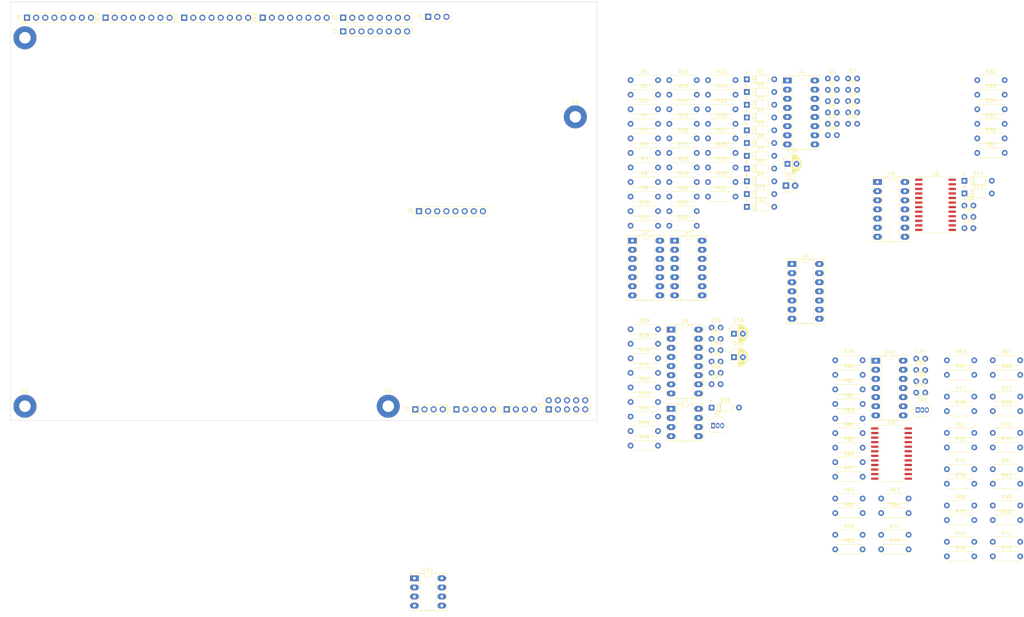
<source format=kicad_pcb>
(kicad_pcb (version 20221018) (generator pcbnew)
  (layers (0 "F.Cu" signal) (31 "B.Cu" signal) (34 "B.Paste" user) (35 "F.Paste" user) (36 "B.SilkS" user "B.Silkscreen") (37 "F.SilkS" user "F.Silkscreen") (38 "B.Mask" user) (39 "F.Mask" user) (44 "Edge.Cuts" user))
  (net 0 "")
  (net 1 "STRN")
  (net 2 "GND")
  (net 3 "REV")
  (net 4 "Net-(U1B-R)")
  (net 5 "Net-(C3-Pad2)")
  (net 6 "Net-(C4-Pad1)")
  (net 7 "Net-(C5-Pad1)")
  (net 8 "XSTP")
  (net 9 "Net-(D5-A)")
  (net 10 "Net-(C7-Pad2)")
  (net 11 "Net-(C8-Pad2)")
  (net 12 "STP")
  (net 13 "Net-(U1A-S)")
  (net 14 "XCLK")
  (net 15 "Net-(C11-Pad1)")
  (net 16 "Net-(C11-Pad2)")
  (net 17 "Net-(C13-Pad1)")
  (net 18 "Net-(C13-Pad2)")
  (net 19 "GATE")
  (net 20 "TRIG")
  (net 21 "+12V")
  (net 22 "-12V")
  (net 23 "Net-(Q1-E)")
  (net 24 "Net-(U7A-+)")
  (net 25 "Net-(U7B--)")
  (net 26 "Net-(C22-Pad2)")
  (net 27 "Net-(C23-Pad1)")
  (net 28 "Net-(U8-STROBE)")
  (net 29 "Net-(D1-K)")
  (net 30 "RST")
  (net 31 "FWD")
  (net 32 "Net-(D3-K)")
  (net 33 "Net-(D3-A)")
  (net 34 "Net-(D4-K)")
  (net 35 "Net-(D4-A)")
  (net 36 "CLR")
  (net 37 "Net-(D6-K)")
  (net 38 "Net-(D6-A)")
  (net 39 "Net-(D7-K)")
  (net 40 "Net-(D7-A)")
  (net 41 "Net-(D8-K)")
  (net 42 "Net-(D9-K)")
  (net 43 "Net-(D10-K)")
  (net 44 "Net-(D10-A)")
  (net 45 "RIN")
  (net 46 "Net-(D12-K)")
  (net 47 "Net-(D14-A)")
  (net 48 "S4")
  (net 49 "CBUS")
  (net 50 "Net-(D18-K)")
  (net 51 "Net-(D18-A)")
  (net 52 "S1")
  (net 53 "S2")
  (net 54 "S3")
  (net 55 "S6")
  (net 56 "S5")
  (net 57 "S8")
  (net 58 "S7")
  (net 59 "S10")
  (net 60 "S9")
  (net 61 "S12")
  (net 62 "S11")
  (net 63 "S14")
  (net 64 "S13")
  (net 65 "S16")
  (net 66 "S15")
  (net 68 "Net-(R1-Pad2)")
  (net 69 "STUP")
  (net 70 "STDN")
  (net 71 "CLK")
  (net 72 "Net-(U1A-Q)")
  (net 73 "RND")
  (net 74 "Net-(R26-Pad1)")
  (net 75 "CKOUT")
  (net 76 "Net-(R31-Pad1)")
  (net 77 "GB")
  (net 78 "Net-(R36-Pad2)")
  (net 79 "Net-(R37-Pad2)")
  (net 80 "Net-(U7A--)")
  (net 82 "Net-(U7B-+)")
  (net 83 "Net-(R42-Pad2)")
  (net 84 "Net-(U8-CLK)")
  (net 85 "Net-(U1A-D)")
  (net 86 "Net-(U1A-C)")
  (net 87 "Net-(U3-Pad2)")
  (net 88 "DOWN")
  (net 89 "UP")
  (net 90 "Net-(U3-Pad11)")
  (net 91 "DB")
  (net 92 "QB")
  (net 93 "QA")
  (net 94 "QC")
  (net 95 "QD")
  (net 96 "DD")
  (net 97 "DC")
  (net 100 "DA")
  (net 101 "Net-(U8-DATA)")
  (net 108 "Net-(R24-Pad2)")
  (net 109 "VSRC")
  (net 110 "CV1")
  (net 111 "CV2")
  (net 112 "CV3")
  (net 114 "PORT_1_2")
  (net 115 "PORT_3")
  (net 116 "RATE_1_2")
  (net 117 "RATE_3")
  (net 118 "F1")
  (net 119 "C1")
  (net 120 "F2")
  (net 121 "C2")
  (net 122 "F3")
  (net 123 "C3")
  (net 124 "F4")
  (net 125 "C4")
  (net 126 "F5")
  (net 127 "C5")
  (net 128 "F6")
  (net 129 "C6")
  (net 130 "F7")
  (net 131 "C7")
  (net 132 "F8")
  (net 133 "C8")
  (net 134 "F9")
  (net 135 "C9")
  (net 136 "F10")
  (net 137 "C10")
  (net 138 "F11")
  (net 139 "C11")
  (net 140 "F12")
  (net 141 "C12")
  (net 142 "F13")
  (net 143 "C13")
  (net 144 "F14")
  (net 145 "C14")
  (net 146 "F15")
  (net 147 "C15")
  (net 148 "F16")
  (net 149 "C16")
  (net 150 "Net-(C24-Pad2)")
  (net 151 "Net-(U10A--)")
  (net 152 "Net-(U10C-+)")
  (net 153 "Net-(C27-Pad1)")
  (net 154 "Net-(U11A--)")
  (net 155 "Net-(U12-K)")
  (net 156 "Net-(U10A-+)")
  (net 157 "Net-(U11B--)")
  (net 158 "Net-(U10B-+)")
  (net 159 "Net-(R86-Pad2)")
  (footprint "Resistor_THT:R_Axial_DIN0207_L6.3mm_D2.5mm_P7.62mm_Horizontal" (layer "F.Cu") (at 242.02 158.324)
    (fp_text reference "R78" (at 3.81 -2.37) (layer "F.SilkS"))
    (fp_text value "2M")
    (pad "1" thru_hole circle (at 0 0) (size 1.6 1.6) (drill 0.8) (layers "*.Cu" "*.Mask") (net 148 "F16"))
    (pad "2" thru_hole oval (at 7.62 0) (size 1.6 1.6) (drill 0.8) (layers "*.Cu" "*.Mask") (net 148 "F16"))
  )
  (footprint "Capacitor_THT:CP_Radial_D5.0mm_P2.50mm" (layer "F.Cu") (at 215.983775 51.084)
    (fp_text reference "C10" (at 1.25 -3.75) (layer "F.SilkS"))
    (fp_text value "1uF")
    (pad "1" thru_hole rect (at 0 0) (size 1.6 1.6) (drill 0.8) (layers "*.Cu" "*.Mask") (net 14 "XCLK"))
    (pad "2" thru_hole circle (at 2.5 0) (size 1.6 1.6) (drill 0.8) (layers "*.Cu" "*.Mask") (net 2 "GND"))
  )
  (footprint "Resistor_THT:R_Axial_DIN0207_L6.3mm_D2.5mm_P7.62mm_Horizontal" (layer "F.Cu") (at 172.364 35.884)
    (fp_text reference "R3" (at 3.81 -2.37) (layer "F.SilkS"))
    (fp_text value "680K")
    (pad "1" thru_hole circle (at 0 0) (size 1.6 1.6) (drill 0.8) (layers "*.Cu" "*.Mask") (net 2 "GND"))
    (pad "2" thru_hole oval (at 7.62 0) (size 1.6 1.6) (drill 0.8) (layers "*.Cu" "*.Mask") (net 1 "STRN"))
  )
  (footprint "Capacitor_THT:C_Disc_D3.0mm_W1.6mm_P2.50mm" (layer "F.Cu") (at 194.884 102.924)
    (fp_text reference "C20" (at 1.25 -2.05) (layer "F.SilkS"))
    (fp_text value "10nF")
    (pad "1" thru_hole circle (at 0 0) (size 1.6 1.6) (drill 0.8) (layers "*.Cu" "*.Mask") (net 23 "Net-(Q1-E)"))
    (pad "2" thru_hole circle (at 2.5 0) (size 1.6 1.6) (drill 0.8) (layers "*.Cu" "*.Mask") (net 24 "Net-(U7A-+)"))
  )
  (footprint "Resistor_THT:R_Axial_DIN0207_L6.3mm_D2.5mm_P7.62mm_Horizontal" (layer "F.Cu") (at 172.364 68.284)
    (fp_text reference "R11" (at 3.81 -2.37) (layer "F.SilkS"))
    (fp_text value "10K")
    (pad "1" thru_hole circle (at 0 0) (size 1.6 1.6) (drill 0.8) (layers "*.Cu" "*.Mask") (net 35 "Net-(D4-A)"))
    (pad "2" thru_hole oval (at 7.62 0) (size 1.6 1.6) (drill 0.8) (layers "*.Cu" "*.Mask") (net 71 "CLK"))
  )
  (footprint "Resistor_THT:R_Axial_DIN0207_L6.3mm_D2.5mm_P7.62mm_Horizontal" (layer "F.Cu") (at 193.904 43.984)
    (fp_text reference "R27" (at 3.81 -2.37) (layer "F.SilkS"))
    (fp_text value "3K")
    (pad "1" thru_hole circle (at 0 0) (size 1.6 1.6) (drill 0.8) (layers "*.Cu" "*.Mask") (net 74 "Net-(R26-Pad1)"))
    (pad "2" thru_hole oval (at 7.62 0) (size 1.6 1.6) (drill 0.8) (layers "*.Cu" "*.Mask") (net 45 "RIN"))
  )
  (footprint "Resistor_THT:R_Axial_DIN0207_L6.3mm_D2.5mm_P7.62mm_Horizontal" (layer "F.Cu") (at 172.364 105.174)
    (fp_text reference "R40" (at 3.81 -2.37) (layer "F.SilkS"))
    (fp_text value "4.7K")
    (pad "1" thru_hole circle (at 0 0) (size 1.6 1.6) (drill 0.8) (layers "*.Cu" "*.Mask") (net 2 "GND"))
    (pad "2" thru_hole oval (at 7.62 0) (size 1.6 1.6) (drill 0.8) (layers "*.Cu" "*.Mask") (net 80 "Net-(U7A--)"))
  )
  (footprint "Connector_PinHeader_2.54mm:PinHeader_1x08_P2.54mm_Vertical" (layer "F.Cu") (at 92.456 10.414 90)
    (fp_text reference "J2" (at 0 -2.33 90) (layer "F.SilkS"))
    (fp_text value "Conn_01x08")
    (pad "1" thru_hole rect locked (at 0 0 90) (size 1.7 1.7) (drill 1) (layers "*.Cu" "*.Mask") (net 52 "S1"))
    (pad "2" thru_hole oval locked (at 0 2.54 90) (size 1.7 1.7) (drill 1) (layers "*.Cu" "*.Mask") (net 53 "S2"))
    (pad "3" thru_hole oval locked (at 0 5.08 90) (size 1.7 1.7) (drill 1) (layers "*.Cu" "*.Mask") (net 54 "S3"))
    (pad "4" thru_hole oval locked (at 0 7.62 90) (size 1.7 1.7) (drill 1) (layers "*.Cu" "*.Mask") (net 48 "S4"))
    (pad "5" thru_hole oval locked (at 0 10.16 90) (size 1.7 1.7) (drill 1) (layers "*.Cu" "*.Mask") (net 56 "S5"))
    (pad "6" thru_hole oval locked (at 0 12.7 90) (size 1.7 1.7) (drill 1) (layers "*.Cu" "*.Mask") (net 55 "S6"))
    (pad "7" thru_hole oval locked (at 0 15.24 90) (size 1.7 1.7) (drill 1) (layers "*.Cu" "*.Mask") (net 58 "S7"))
    (pad "8" thru_hole oval locked (at 0 17.78 90) (size 1.7 1.7) (drill 1) (layers "*.Cu" "*.Mask") (net 57 "S8"))
  )
  (footprint "Capacitor_THT:C_Disc_D3.0mm_W1.6mm_P2.50mm" (layer "F.Cu") (at 265.154 68.974)
    (fp_text reference "C15" (at 1.25 -2.05) (layer "F.SilkS"))
    (fp_text value "1nF")
    (pad "1" thru_hole circle (at 0 0) (size 1.6 1.6) (drill 0.8) (layers "*.Cu" "*.Mask") (net 2 "GND"))
    (pad "2" thru_hole circle (at 2.5 0) (size 1.6 1.6) (drill 0.8) (layers "*.Cu" "*.Mask") (net 20 "TRIG"))
  )
  (footprint "Resistor_THT:R_Axial_DIN0207_L6.3mm_D2.5mm_P7.62mm_Horizontal" (layer "F.Cu") (at 268.734 39.934)
    (fp_text reference "R35" (at 3.81 -2.37) (layer "F.SilkS"))
    (fp_text value "3K")
    (pad "1" thru_hole circle (at 0 0) (size 1.6 1.6) (drill 0.8) (layers "*.Cu" "*.Mask") (net 2 "GND"))
    (pad "2" thru_hole oval (at 7.62 0) (size 1.6 1.6) (drill 0.8) (layers "*.Cu" "*.Mask") (net 49 "CBUS"))
  )
  (footprint "Resistor_THT:R_Axial_DIN0207_L6.3mm_D2.5mm_P7.62mm_Horizontal" (layer "F.Cu") (at 260.28 119.874)
    (fp_text reference "R48" (at 3.81 -2.37) (layer "F.SilkS"))
    (fp_text value "2M")
    (pad "1" thru_hole circle (at 0 0) (size 1.6 1.6) (drill 0.8) (layers "*.Cu" "*.Mask") (net 120 "F2"))
    (pad "2" thru_hole oval (at 7.62 0) (size 1.6 1.6) (drill 0.8) (layers "*.Cu" "*.Mask") (net 120 "F2"))
  )
  (footprint "MountingHole:MountingHole_3.2mm_M3_Pad" (layer "F.Cu") (at 157 38)
    (fp_text reference "H1" (at 0 -4.2) (layer "F.SilkS"))
    (fp_text value "MountingHole_Pad")
    (pad "1" thru_hole circle locked (at 0 0) (size 6.4 6.4) (drill 3.2) (layers "*.Cu" "*.Mask") (net 2 "GND"))
  )
  (footprint "Diode_THT:D_DO-35_SOD27_P7.62mm_Horizontal" (layer "F.Cu") (at 204.674 48.834)
    (fp_text reference "D7" (at 3.81 -2.12) (layer "F.SilkS"))
    (fp_text value "1N914")
    (fp_text user "K" (at 0 -1.8) (layer "F.SilkS"))
    (pad "1" thru_hole rect (at 0 0) (size 1.6 1.6) (drill 0.8) (layers "*.Cu" "*.Mask") (net 39 "Net-(D7-K)"))
    (pad "2" thru_hole oval (at 7.62 0) (size 1.6 1.6) (drill 0.8) (layers "*.Cu" "*.Mask") (net 40 "Net-(D7-A)"))
  )
  (footprint "LED_THT:LED_D3.0mm" (layer "F.Cu") (at 215.544 57.134)
    (fp_text reference "D11" (at 1.27 -2.96) (layer "F.SilkS"))
    (fp_text value "LED")
    (pad "1" thru_hole rect (at 0 0) (size 1.8 1.8) (drill 0.9) (layers "*.Cu" "*.Mask") (net 2 "GND"))
    (pad "2" thru_hole circle (at 2.54 0) (size 1.8 1.8) (drill 0.9) (layers "*.Cu" "*.Mask") (net 45 "RIN"))
  )
  (footprint "Capacitor_THT:C_Disc_D3.0mm_W1.6mm_P2.50mm" (layer "F.Cu") (at 227.194 30.484)
    (fp_text reference "C2" (at 1.25 -2.05) (layer "F.SilkS"))
    (fp_text value "20nF")
    (pad "1" thru_hole circle (at 0 0) (size 1.6 1.6) (drill 0.8) (layers "*.Cu" "*.Mask") (net 3 "REV"))
    (pad "2" thru_hole circle (at 2.5 0) (size 1.6 1.6) (drill 0.8) (layers "*.Cu" "*.Mask") (net 4 "Net-(U1B-R)"))
  )
  (footprint "Resistor_THT:R_Axial_DIN0207_L6.3mm_D2.5mm_P7.62mm_Horizontal" (layer "F.Cu") (at 260.28 125.924)
    (fp_text reference "R51" (at 3.81 -2.37) (layer "F.SilkS"))
    (fp_text value "100K")
    (pad "1" thru_hole circle (at 0 0) (size 1.6 1.6) (drill 0.8) (layers "*.Cu" "*.Mask") (net 122 "F3"))
    (pad "2" thru_hole oval (at 7.62 0) (size 1.6 1.6) (drill 0.8) (layers "*.Cu" "*.Mask") (net 123 "C3"))
  )
  (footprint "Resistor_THT:R_Axial_DIN0207_L6.3mm_D2.5mm_P7.62mm_Horizontal" (layer "F.Cu") (at 273.05 156.224)
    (fp_text reference "R71" (at 3.81 -2.37) (layer "F.SilkS"))
    (fp_text value "100K")
    (pad "1" thru_hole circle (at 0 0) (size 1.6 1.6) (drill 0.8) (layers "*.Cu" "*.Mask") (net 142 "F13"))
    (pad "2" thru_hole oval (at 7.62 0) (size 1.6 1.6) (drill 0.8) (layers "*.Cu" "*.Mask") (net 143 "C13"))
  )
  (footprint "Resistor_THT:R_Axial_DIN0207_L6.3mm_D2.5mm_P7.62mm_Horizontal" (layer "F.Cu") (at 172.364 129.474)
    (fp_text reference "R46" (at 3.81 -2.37) (layer "F.SilkS"))
    (fp_text value "4.7K")
    (pad "1" thru_hole circle (at 0 0) (size 1.6 1.6) (drill 0.8) (layers "*.Cu" "*.Mask") (net 2 "GND"))
    (pad "2" thru_hole oval (at 7.62 0) (size 1.6 1.6) (drill 0.8) (layers "*.Cu" "*.Mask") (net 28 "Net-(U8-STROBE)"))
  )
  (footprint "Connector_PinHeader_2.54mm:PinHeader_1x03_P2.54mm_Vertical" (layer "F.Cu") (at 116.093 10.16 90)
    (fp_text reference "J4" (at 0 -2.33 90) (layer "F.SilkS"))
    (fp_text value "Conn_01x03")
    (pad "1" thru_hole rect locked (at 0 0 90) (size 1.7 1.7) (drill 1) (layers "*.Cu" "*.Mask") (net 109 "VSRC"))
    (pad "2" thru_hole oval locked (at 0 2.54 90) (size 1.7 1.7) (drill 1) (layers "*.Cu" "*.Mask") (net 49 "CBUS"))
    (pad "3" thru_hole oval locked (at 0 5.08 90) (size 1.7 1.7) (drill 1) (layers "*.Cu" "*.Mask") (net 77 "GB"))
  )
  (footprint "Resistor_THT:R_Axial_DIN0207_L6.3mm_D2.5mm_P7.62mm_Horizontal" (layer "F.Cu") (at 183.134 68.284)
    (fp_text reference "R22" (at 3.81 -2.37) (layer "F.SilkS"))
    (fp_text value "47K")
    (pad "1" thru_hole circle (at 0 0) (size 1.6 1.6) (drill 0.8) (layers "*.Cu" "*.Mask") (net 40 "Net-(D7-A)"))
    (pad "2" thru_hole oval (at 7.62 0) (size 1.6 1.6) (drill 0.8) (layers "*.Cu" "*.Mask") (net 21 "+12V"))
  )
  (footprint "Resistor_THT:R_Axial_DIN0207_L6.3mm_D2.5mm_P7.62mm_Horizontal" (layer "F.Cu") (at 193.904 31.834)
    (fp_text reference "R24" (at 3.81 -2.37) (layer "F.SilkS"))
    (fp_text value "20K")
    (pad "1" thru_hole circle (at 0 0) (size 1.6 1.6) (drill 0.8) (layers "*.Cu" "*.Mask") (net 43 "Net-(D10-K)"))
    (pad "2" thru_hole oval (at 7.62 0) (size 1.6 1.6) (drill 0.8) (layers "*.Cu" "*.Mask") (net 108 "Net-(R24-Pad2)"))
  )
  (footprint "Package_SO:SOIC-24W_7.5x15.4mm_P1.27mm" (layer "F.Cu") (at 244.9 131.674)
    (fp_text reference "U9" (at 0 -8.65) (layer "F.SilkS"))
    (fp_text value "CD74HC4067M")
    (pad "1" smd roundrect (at -4.65 -6.985) (size 2.05 0.6) (layers "F.Cu" "F.Paste" "F.Mask") (net 154 "Net-(U11A--)"))
    (pad "2" smd roundrect (at -4.65 -5.715) (size 2.05 0.6) (layers "F.Cu" "F.Paste" "F.Mask") (net 118 "F1"))
    (pad "3" smd roundrect (at -4.65 -4.445) (size 2.05 0.6) (layers "F.Cu" "F.Paste" "F.Mask") (net 118 "F1"))
    (pad "4" smd roundrect (at -4.65 -3.175) (size 2.05 0.6) (layers "F.Cu" "F.Paste" "F.Mask") (net 118 "F1"))
    (pad "5" smd roundrect (at -4.65 -1.905) (size 2.05 0.6) (layers "F.Cu" "F.Paste" "F.Mask") (net 118 "F1"))
    (pad "6" smd roundrect (at -4.65 -0.635) (size 2.05 0.6) (layers "F.Cu" "F.Paste" "F.Mask") (net 118 "F1"))
    (pad "7" smd roundrect (at -4.65 0.635) (size 2.05 0.6) (layers "F.Cu" "F.Paste" "F.Mask") (net 118 "F1"))
    (pad "8" smd roundrect (at -4.65 1.905) (size 2.05 0.6) (layers "F.Cu" "F.Paste" "F.Mask") (net 118 "F1"))
    (pad "9" smd roundrect (at -4.65 3.175) (size 2.05 0.6) (layers "F.Cu" "F.Paste" "F.Mask") (net 118 "F1"))
    (pad "10" smd roundrect (at -4.65 4.445) (size 2.05 0.6) (layers "F.Cu" "F.Paste" "F.Mask") (net 93 "QA"))
    (pad "11" smd roundrect (at -4.65 5.715) (size 2.05 0.6) (layers "F.Cu" "F.Paste" "F.Mask") (net 92 "QB"))
    (pad "12" smd roundrect (at -4.65 6.985) (size 2.05 0.6) (layers "F.Cu" "F.Paste" "F.Mask") (net 2 "GND"))
    (pad "13" smd roundrect (at 4.65 6.985) (size 2.05 0.6) (layers "F.Cu" "F.Paste" "F.Mask") (net 95 "QD"))
    (pad "14" smd roundrect (at 4.65 5.715) (size 2.05 0.6) (layers "F.Cu" "F.Paste" "F.Mask") (net 94 "QC"))
    (pad "15" smd roundrect (at 4.65 4.445) (size 2.05 0.6) (layers "F.Cu" "F.Paste" "F.Mask") (net 2 "GND"))
    (pad "16" smd roundrect (at 4.65 3.175) (size 2.05 0.6) (layers "F.Cu" "F.Paste" "F.Mask") (net 118 "F1"))
    (pad "17" smd roundrect (at 4.65 1.905) (size 2.05 0.6) (layers "F.Cu" "F.Paste" "F.Mask") (net 118 "F1"))
    (pad "18" smd roundrect (at 4.65 0.635) (size 2.05 0.6) (layers "F.Cu" "F.Paste" "F.Mask") (net 118 "F1"))
    (pad "19" smd roundrect (at 4.65 -0.635) (size 2.05 0.6) (layers "F.Cu" "F.Paste" "F.Mask") (net 118 "F1"))
    (pad "20" smd roundrect (at 4.65 -1.905) (size 2.05 0.6) (layers "F.Cu" "F.Paste" "F.Mask") (net 118 "F1"))
    (pad "21" smd roundrect (at 4.65 -3.175) (size 2.05 0.6) (layers "F.Cu" "F.Paste" "F.Mask") (net 118 "F1"))
    (pad "22" smd roundrect (at 4.65 -4.445) (size 2.05 0.6) (layers "F.Cu" "F.Paste" "F.Mask") (net 118 "F1"))
    (pad "23" smd roundrect (at 4.65 -5.715) (size 2.05 0.6) (layers "F.Cu" "F.Paste" "F.Mask") (net 118 "F1"))
    (pad "24" smd roundrect (at 4.65 -6.985) (size 2.05 0.6) (layers "F.Cu" "F.Paste" "F.Mask") (net 21 "+12V"))
  )
  (footprint "Package_DIP:DIP-14_W7.62mm_Socket_LongPads" (layer "F.Cu") (at 172.864 72.434)
    (fp_text reference "U2" (at 3.81 -2.33) (layer "F.SilkS"))
    (fp_text value "40106")
    (pad "1" thru_hole rect (at 0 0) (size 2.4 1.6) (drill 0.8) (layers "*.Cu" "*.Mask") (net 10 "Net-(C7-Pad2)"))
    (pad "2" thru_hole oval (at 0 2.54) (size 2.4 1.6) (drill 0.8) (layers "*.Cu" "*.Mask") (net 41 "Net-(D8-K)"))
    (pad "3" thru_hole oval (at 0 5.08) (size 2.4 1.6) (drill 0.8) (layers "*.Cu" "*.Mask") (net 11 "Net-(C8-Pad2)"))
    (pad "4" thru_hole oval (at 0 7.62) (size 2.4 1.6) (drill 0.8) (layers "*.Cu" "*.Mask") (net 42 "Net-(D9-K)"))
    (pad "5" thru_hole oval (at 0 10.16) (size 2.4 1.6) (drill 0.8) (layers "*.Cu" "*.Mask") (net 5 "Net-(C3-Pad2)"))
    (pad "6" thru_hole oval (at 0 12.7) (size 2.4 1.6) (drill 0.8) (layers "*.Cu" "*.Mask") (net 86 "Net-(U1A-C)"))
    (pad "7" thru_hole oval (at 0 15.24) (size 2.4 1.6) (drill 0.8) (layers "*.Cu" "*.Mask") (net 2 "GND"))
    (pad "8" thru_hole oval (at 7.62 15.24) (size 2.4 1.6) (drill 0.8) (layers "*.Cu" "*.Mask") (net 71 "CLK"))
    (pad "9" thru_hole oval (at 7.62 12.7) (size 2.4 1.6) (drill 0.8) (layers "*.Cu" "*.Mask") (net 14 "XCLK"))
    (pad "10" thru_hole oval (at 7.62 10.16) (size 2.4 1.6) (drill 0.8) (layers "*.Cu" "*.Mask") (net 39 "Net-(D7-K)"))
    (pad "11" thru_hole oval (at 7.62 7.62) (size 2.4 1.6) (drill 0.8) (layers "*.Cu" "*.Mask") (net 35 "Net-(D4-A)"))
    (pad "12" thru_hole oval (at 7.62 5.08) (size 2.4 1.6) (drill 0.8) (layers "*.Cu" "*.Mask") (net 37 "Net-(D6-K)"))
    (pad "13" thru_hole oval (at 7.62 2.54) (size 2.4 1.6) (drill 0.8) (layers "*.Cu" "*.Mask") (net 33 "Net-(D3-A)"))
    (pad "14" thru_hole oval (at 7.62 0) (size 2.4 1.6) (drill 0.8) (layers "*.Cu" "*.Mask") (net 21 "+12V"))
  )
  (footprint "Diode_THT:D_DO-35_SOD27_P7.62mm_Horizontal" (layer "F.Cu") (at 204.674 38.184)
    (fp_text reference "D4" (at 3.81 -2.12) (layer "F.SilkS"))
    (fp_text value "1N914")
    (fp_text user "K" (at 0 -1.8) (layer "F.SilkS"))
    (pad "1" thru_hole rect (at 0 0) (size 1.6 1.6) (drill 0.8) (layers "*.Cu" "*.Mask") (net 34 "Net-(D4-K)"))
    (pad "2" thru_hole oval (at 7.62 0) (size 1.6 1.6) (drill 0.8) (layers "*.Cu" "*.Mask") (net 35 "Net-(D4-A)"))
  )
  (footprint "Resistor_THT:R_Axial_DIN0207_L6.3mm_D2.5mm_P7.62mm_Horizontal" (layer "F.Cu") (at 273.05 115.824)
    (fp_text reference "R57" (at 3.81 -2.37) (layer "F.SilkS"))
    (fp_text value "100K")
    (pad "1" thru_hole circle (at 0 0) (size 1.6 1.6) (drill 0.8) (layers "*.Cu" "*.Mask") (net 128 "F6"))
    (pad "2" thru_hole oval (at 7.62 0) (size 1.6 1.6) (drill 0.8) (layers "*.Cu" "*.Mask") (net 129 "C6"))
  )
  (footprint "Resistor_THT:R_Axial_DIN0207_L6.3mm_D2.5mm_P7.62mm_Horizontal" (layer "F.Cu") (at 229.25 148.224)
    (fp_text reference "R66" (at 3.81 -2.37) (layer "F.SilkS"))
    (fp_text value "2M")
    (pad "1" thru_hole circle (at 0 0) (size 1.6 1.6) (drill 0.8) (layers "*.Cu" "*.Mask") (net 136 "F10"))
    (pad "2" thru_hole oval (at 7.62 0) (size 1.6 1.6) (drill 0.8) (layers "*.Cu" "*.Mask") (net 136 "F10"))
  )
  (footprint "Capacitor_THT:C_Disc_D3.0mm_W1.6mm_P2.50mm" (layer "F.Cu") (at 251.77 105.274)
    (fp_text reference "C24" (at 1.25 -2.05) (layer "F.SilkS"))
    (fp_text value "100nF")
    (pad "1" thru_hole circle (at 0 0) (size 1.6 1.6) (drill 0.8) (layers "*.Cu" "*.Mask") (net 2 "GND"))
    (pad "2" thru_hole circle (at 2.5 0) (size 1.6 1.6) (drill 0.8) (layers "*.Cu" "*.Mask") (net 150 "Net-(C24-Pad2)"))
  )
  (footprint "Connector_PinHeader_2.54mm:PinHeader_2x05_P2.54mm_Vertical" (layer "F.Cu") (at 149.611 119.385 90)
    (fp_text reference "J1" (at 1.27 -2.33 90) (layer "F.SilkS"))
    (fp_text value "Conn_02x05_Odd_Even")
    (pad "1" thru_hole rect locked (at 0 0 90) (size 1.7 1.7) (drill 1) (layers "*.Cu" "*.Mask") (net 21 "+12V"))
    (pad "2" thru_hole oval locked (at 2.54 0 90) (size 1.7 1.7) (drill 1) (layers "*.Cu" "*.Mask") (net 21 "+12V"))
    (pad "3" thru_hole oval locked (at 0 2.54 90) (size 1.7 1.7) (drill 1) (layers "*.Cu" "*.Mask") (net 2 "GND"))
    (pad "4" thru_hole oval locked (at 2.54 2.54 90) (size 1.7 1.7) (drill 1) (layers "*.Cu" "*.Mask") (net 2 "GND"))
    (pad "5" thru_hole oval locked (at 0 5.08 90) (size 1.7 1.7) (drill 1) (layers "*.Cu" "*.Mask") (net 2 "GND"))
    (pad "6" thru_hole oval locked (at 2.54 5.08 90) (size 1.7 1.7) (drill 1) (layers "*.Cu" "*.Mask") (net 2 "GND"))
    (pad "7" thru_hole oval locked (at 0 7.62 90) (size 1.7 1.7) (drill 1) (layers "*.Cu" "*.Mask") (net 2 "GND"))
    (pad "8" thru_hole oval locked (at 2.54 7.62 90) (size 1.7 1.7) (drill 1) (layers "*.Cu" "*.Mask") (net 2 "GND"))
    (pad "9" thru_hole oval locked (at 0 10.16 90) (size 1.7 1.7) (drill 1) (layers "*.Cu" "*.Mask") (net 22 "-12V"))
    (pad "10" thru_hole oval locked (at 2.54 10.16 90) (size 1.7 1.7) (drill 1) (layers "*.Cu" "*.Mask") (net 22 "-12V"))
  )
  (footprint "Resistor_THT:R_Axial_DIN0207_L6.3mm_D2.5mm_P7.62mm_Horizontal" (layer "F.Cu") (at 183.134 39.934)
    (fp_text reference "R15" (at 3.81 -2.37) (layer "F.SilkS"))
    (fp_text value "220K")
    (pad "1" thru_hole circle (at 0 0) (size 1.6 1.6) (drill 0.8) (layers "*.Cu" "*.Mask") (net 2 "GND"))
    (pad "2" thru_hole oval (at 7.62 0) (size 1.6 1.6) (drill 0.8) (layers "*.Cu" "*.Mask") (net 10 "Net-(C7-Pad2)"))
  )
  (footprint "Resistor_THT:R_Axial_DIN0207_L6.3mm_D2.5mm_P7.62mm_Horizontal" (layer "F.Cu") (at 193.904 48.034)
    (fp_text reference "R28" (at 3.81 -2.37) (layer "F.SilkS"))
    (fp_text value "47K")
    (pad "1" thru_hole circle (at 0 0) (size 1.6 1.6) (drill 0.8) (layers "*.Cu" "*.Mask") (net 2 "GND"))
    (pad "2" thru_hole oval (at 7.62 0) (size 1.6 1.6) (drill 0.8) (layers "*.Cu" "*.Mask") (net 46 "Net-(D12-K)"))
  )
  (footprint "Resistor_THT:R_Axial_DIN0207_L6.3mm_D2.5mm_P7.62mm_Horizontal" (layer "F.Cu") (at 172.364 31.834)
    (fp_text reference "R2" (at 3.81 -2.37) (layer "F.SilkS"))
    (fp_text value "220K")
    (pad "1" thru_hole circle (at 0 0) (size 1.6 1.6) (drill 0.8) (layers "*.Cu" "*.Mask") (net 2 "GND"))
    (pad "2" thru_hole oval (at 7.62 0) (size 1.6 1.6) (drill 0.8) (layers "*.Cu" "*.Mask") (net 3 "REV"))
  )
  (footprint "Resistor_THT:R_Axial_DIN0207_L6.3mm_D2.5mm_P7.62mm_Horizontal" (layer "F.Cu") (at 268.734 35.884)
    (fp_text reference "R34" (at 3.81 -2.37) (layer "F.SilkS"))
    (fp_text value "100K")
    (pad "1" thru_hole circle (at 0 0) (size 1.6 1.6) (drill 0.8) (layers "*.Cu" "*.Mask") (net 21 "+12V"))
    (pad "2" thru_hole oval (at 7.62 0) (size 1.6 1.6) (drill 0.8) (layers "*.Cu" "*.Mask") (net 18 "Net-(C13-Pad2)"))
  )
  (footprint "Resistor_THT:R_Axial_DIN0207_L6.3mm_D2.5mm_P7.62mm_Horizontal" (layer "F.Cu") (at 183.134 48.034)
    (fp_text reference "R17" (at 3.81 -2.37) (layer "F.SilkS"))
    (fp_text value "100K")
    (pad "1" thru_hole circle (at 0 0) (size 1.6 1.6) (drill 0.8) (layers "*.Cu" "*.Mask") (net 12 "STP"))
    (pad "2" thru_hole oval (at 7.62 0) (size 1.6 1.6) (drill 0.8) (layers "*.Cu" "*.Mask") (net 2 "GND"))
  )
  (footprint "Resistor_THT:R_Axial_DIN0207_L6.3mm_D2.5mm_P7.62mm_Horizontal" (layer "F.Cu") (at 242.02 144.174)
    (fp_text reference "R63" (at 3.81 -2.37) (layer "F.SilkS"))
    (fp_text value "100K")
    (pad "1" thru_hole circle (at 0 0) (size 1.6 1.6) (drill 0.8) (layers "*.Cu" "*.Mask") (net 134 "F9"))
    (pad "2" thru_hole oval (at 7.62 0) (size 1.6 1.6) (drill 0.8) (layers "*.Cu" "*.Mask") (net 135 "C9"))
  )
  (footprint "MountingHole:MountingHole_3.2mm_M3_Pad" (layer "F.Cu") (at 4 16)
    (fp_text reference "H4" (at 0 -4.2) (layer "F.SilkS"))
    (fp_text value "MountingHole_Pad")
    (pad "1" thru_hole circle locked (at 0 0) (size 6.4 6.4) (drill 3.2) (layers "*.Cu" "*.Mask") (net 2 "GND"))
  )
  (footprint "Resistor_THT:R_Axial_DIN0207_L6.3mm_D2.5mm_P7.62mm_Horizontal" (layer "F.Cu") (at 260.28 136.024)
    (fp_text reference "R75" (at 3.81 -2.37) (layer "F.SilkS"))
    (fp_text value "100K")
    (pad "1" thru_hole circle (at 0 0) (size 1.6 1.6) (drill 0.8) (layers "*.Cu" "*.Mask") (net 146 "F15"))
    (pad "2" thru_hole oval (at 7.62 0) (size 1.6 1.6) (drill 0.8) (layers "*.Cu" "*.Mask") (net 147 "C15"))
  )
  (footprint "Resistor_THT:R_Axial_DIN0207_L6.3mm_D2.5mm_P7.62mm_Horizontal" (layer "F.Cu") (at 229.25 158.324)
    (fp_text reference "R60" (at 3.81 -2.37) (layer "F.SilkS"))
    (fp_text value "2M")
    (pad "1" thru_hole circle (at 0 0) (size 1.6 1.6) (drill 0.8) (layers "*.Cu" "*.Mask") (net 130 "F7"))
    (pad "2" thru_hole oval (at 7.62 0) (size 1.6 1.6) (drill 0.8) (layers "*.Cu" "*.Mask") (net 130 "F7"))
  )
  (footprint "Resistor_THT:R_Axial_DIN0207_L6.3mm_D2.5mm_P7.62mm_Horizontal" (layer "F.Cu") (at 229.25 134.074)
    (fp_text reference "R86" (at 3.81 -2.37) (layer "F.SilkS"))
    (fp_text value "22R")
    (pad "1" thru_hole circle (at 0 0) (size 1.6 1.6) (drill 0.8) (layers "*.Cu" "*.Mask") (net 158 "Net-(U10B-+)"))
    (pad "2" thru_hole oval (at 7.62 0) (size 1.6 1.6) (drill 0.8) (layers "*.Cu" "*.Mask") (net 159 "Net-(R86-Pad2)"))
  )
  (footprint "Resistor_THT:R_Axial_DIN0207_L6.3mm_D2.5mm_P7.62mm_Horizontal" (layer "F.Cu") (at 229.25 138.124)
    (fp_text reference "R87" (at 3.81 -2.37) (layer "F.SilkS"))
    (fp_text value "10K")
    (pad "1" thru_hole circle (at 0 0) (size 1.6 1.6) (drill 0.8) (layers "*.Cu" "*.Mask") (net 159 "Net-(R86-Pad2)"))
    (pad "2" thru_hole oval (at 7.62 0) (size 1.6 1.6) (drill 0.8) (layers "*.Cu" "*.Mask") (net 157 "Net-(U11B--)"))
  )
  (footprint "Resistor_THT:R_Axial_DIN0207_L6.3mm_D2.5mm_P7.62mm_Horizontal" (layer "F.Cu") (at 229.25 154.274)
    (fp_text reference "R59" (at 3.81 -2.37) (layer "F.SilkS"))
    (fp_text value "100K")
    (pad "1" thru_hole circle (at 0 0) (size 1.6 1.6) (drill 0.8) (layers "*.Cu" "*.Mask") (net 130 "F7"))
    (pad "2" thru_hole oval (at 7.62 0) (size 1.6 1.6) (drill 0.8) (layers "*.Cu" "*.Mask") (net 131 "C7"))
  )
  (footprint "Resistor_THT:R_Axial_DIN0207_L6.3mm_D2.5mm_P7.62mm_Horizontal" (layer "F.Cu") (at 229.25 144.174)
    (fp_text reference "R65" (at 3.81 -2.37) (layer "F.SilkS"))
    (fp_text value "100K")
    (pad "1" thru_hole circle (at 0 0) (size 1.6 1.6) (drill 0.8) (layers "*.Cu" "*.Mask") (net 136 "F10"))
    (pad "2" thru_hole oval (at 7.62 0) (size 1.6 1.6) (drill 0.8) (layers "*.Cu" "*.Mask") (net 137 "C10"))
  )
  (footprint "Package_DIP:DIP-16_W7.62mm_Socket_LongPads" (layer "F.Cu") (at 183.634 97.174)
    (fp_text reference "U8" (at 3.81 -2.33) (layer "F.SilkS"))
    (fp_text value "CD4094")
    (pad "1" thru_hole rect (at 0 0) (size 2.4 1.6) (drill 0.8) (layers "*.Cu" "*.Mask") (net 28 "Net-(U8-STROBE)"))
    (pad "2" thru_hole oval (at 0 2.54) (size 2.4 1.6) (drill 0.8) (layers "*.Cu" "*.Mask") (net 101 "Net-(U8-DATA)"))
    (pad "3" thru_hole oval (at 0 5.08) (size 2.4 1.6) (drill 0.8) (layers "*.Cu" "*.Mask") (net 84 "Net-(U8-CLK)"))
    (pad "4" thru_hole oval (at 0 7.62) (size 2.4 1.6) (drill 0.8) (layers "*.Cu" "*.Mask") (net 100 "DA"))
    (pad "5" thru_hole oval (at 0 10.16) (size 2.4 1.6) (drill 0.8) (layers "*.Cu" "*.Mask") (net 91 "DB"))
    (pad "6" thru_hole oval (at 0 12.7) (size 2.4 1.6) (drill 0.8) (layers "*.Cu" "*.Mask") (net 97 "DC"))
    (pad "7" thru_hole oval (at 0 15.24) (size 2.4 1.6) (drill 0.8) (layers "*.Cu" "*.Mask") (net 96 "DD"))
    (pad "8" thru_hole oval (at 0 17.78) (size 2.4 1.6) (drill 0.8) (layers "*.Cu" "*.Mask") (net 2 "GND"))
    (pad "9" thru_hole oval (at 7.62 17.78) (size 2.4 1.6) (drill 0.8) (layers "*.Cu" "*.Mask"))
    (pad "10" thru_hole oval (at 7.62 15.24) (size 2.4 1.6) (drill 0.8) (layers "*.Cu" "*.Mask"))
    (pad "11" thru_hole oval (at 7.62 12.7) (size 2.4 1.6) (drill 0.8) (layers "*.Cu" "*.Mask"))
    (pad "12" thru_hole oval (at 7.62 10.16) (size 2.4 1.6) (drill 0.8) (layers "*.Cu" "*.Mask"))
    (pad "13" thru_hole oval (at 7.62 7.62) (size 2.4 1.6) (drill 0.8) (layers "*.Cu" "*.Mask"))
    (pad "14" thru_hole oval (at 7.62 5.08) (size 2.4 1.6) (drill 0.8) (layers "*.Cu" "*.Mask"))
    (pad "15" thru_hole oval (at 7.62 2.54) (size 2.4 1.6) (drill 0.8) (layers "*.Cu" "*.Mask") (net 21 "+12V"))
    (pad "16" thru_hole oval (at 7.62 0) (size 2.4 1.6) (drill 0.8) (layers "*.Cu" "*.Mask") (net 21 "+12V"))
  )
  (footprint "Diode_THT:D_DO-35_SOD27_P7.62mm_Horizontal" (layer "F.Cu") (at 204.674 27.534)
    (fp_text reference "D1" (at 3.81 -2.12) (layer "F.SilkS"))
    (fp_text value "1N914")
    (fp_text user "K" (at 0 -1.8) (layer "F.SilkS"))
    (pad "1" thru_hole rect (at 0 0) (size 1.6 1.6) (drill 0.8) (layers "*.Cu" "*.Mask") (net 29 "Net-(D1-K)"))
    (pad "2" thru_hole oval (at 7.62 0) (size 1.6 1.6) (drill 0.8) (layers "*.Cu" "*.Mask") (net 30 "RST"))
  )
  (footprint "Diode_THT:D_DO-35_SOD27_P7.62mm_Horizontal" (layer "F.Cu") (at 194.884 118.874)
    (fp_text reference "D18" (at 3.81 -2.12) (layer "F.SilkS"))
    (fp_text value "1N914")
    (fp_text user "K" (at 0 -1.8) (layer "F.SilkS"))
    (pad "1" thru_hole rect (at 0 0) (size 1.6 1.6) (drill 0.8) (layers "*.Cu" "*.Mask") (net 50 "Net-(D18-K)"))
    (pad "2" thru_hole oval (at 7.62 0) (size 1.6 1.6) (drill 0.8) (layers "*.Cu" "*.Mask") (net 51 "Net-(D18-A)"))
  )
  (footprint "Resistor_THT:R_Axial_DIN0207_L6.3mm_D2.5mm_P7.62mm_Horizontal" (layer "F.Cu") (at 260.28 146.124)
    (fp_text reference "R69" (at 3.81 -2.37) (layer "F.SilkS"))
    (fp_text value "100K")
    (pad "1" thru_hole circle (at 0 0) (size 1.6 1.6) (drill 0.8) (layers "*.Cu" "*.Mask") (net 140 "F12"))
    (pad "2" thru_hole oval (at 7.62 0) (size 1.6 1.6) (drill 0.8) (layers "*.Cu" "*.Mask") (net 141 "C12"))
  )
  (footprint "Resistor_THT:R_Axial_DIN0207_L6.3mm_D2.5mm_P7.62mm_Horizontal" (layer "F.Cu") (at 172.364 56.134)
    (fp_text reference "R8" (at 3.81 -2.37) (layer "F.SilkS"))
    (fp_text value "10K")
    (pad "1" thru_hole circle (at 0 0) (size 1.6 1.6) (drill 0.8) (layers "*.Cu" "*.Mask") (net 70 "STDN"))
    (pad "2" thru_hole oval (at 7.62 0) (size 1.6 1.6) (drill 0.8) (layers "*.Cu" "*.Mask") (net 7 "Net-(C5-Pad1)"))
  )
  (footprint "Connector_PinHeader_2.54mm:PinHeader_1x08_P2.54mm_Vertical" (layer "F.Cu") (at 92.456 14.224 90)
    (fp_text reference "J3" (at 0 -2.33 90) (layer "F.SilkS"))
    (fp_text value "Conn_01x08")
    (pad "1" thru_hole rect locked (at 0 0 90) (size 1.7 1.7) (drill 1) (layers "*.Cu" "*.Mask") (net 60 "S9"))
    (pad "2" thru_hole oval locked (at 0 2.54 90) (size 1.7 1.7) (drill 1) (layers "*.Cu" "*.Mask") (net 59 "S10"))
    (pad "3" thru_hole oval locked (at 0 5.08 90) (size 1.7 1.7) (drill 1) (layers "*.Cu" "*.Mask") (net 62 "S11"))
    (pad "4" thru_hole oval locked (at 0 7.62 90) (size 1.7 1.7) (drill 1) (layers "*.Cu" "*.Mask") (net 61 "S12"))
    (pad "5" thru_hole oval locked (at 0 10.16 90) (size 1.7 1.7) (drill 1) (layers "*.Cu" "*.Mask") (net 64 "S13"))
    (pad "6" thru_hole oval locked (at 0 12.7 90) (size 1.7 1.7) (drill 1) (layers "*.Cu" "*.Mask") (net 63 "S14"))
    (pad "7" thru_hole oval locked (at 0 15.24 90) (size 1.7 1.7) (drill 1) (layers "*.Cu" "*.Mask") (net 66 "S15"))
    (pad "8" thru_hole oval locked (at 0 17.78 90) (size 1.7 1.7) (drill 1) (layers "*.Cu" "*.Mask") (net 65 "S16"))
  )
  (footprint "Diode_THT:D_DO-35_SOD27_P7.62mm_Horizontal" (layer "F.Cu") (at 204.674 31.084)
    (fp_text reference "D2" (at 3.81 -2.12) (layer "F.SilkS"))
    (fp_text value "1N914")
    (fp_text user "K" (at 0 -1.8) (layer "F.SilkS"))
    (pad "1" thru_hole rect (at 0 0) (size 1.6 1.6) (drill 0.8) (layers "*.Cu" "*.Mask") (net 29 "Net-(D1-K)"))
    (pad "2" thru_hole oval (at 7.62 0) (size 1.6 1.6) (drill 0.8) (layers "*.Cu" "*.Mask") (net 31 "FWD"))
  )
  (footprint "Resistor_THT:R_Axial_DIN0207_L6.3mm_D2.5mm_P7.62mm_Horizontal" (layer "F.Cu") (at 193.904 52.084)
    (fp_text reference "R29" (at 3.81 -2.37) (layer "F.SilkS"))
    (fp_text value "220K")
    (pad "1" thru_hole circle (at 0 0) (size 1.6 1.6) (drill 0.8) (layers "*.Cu" "*.Mask") (net 21 "+12V"))
    (pad "2" thru_hole oval (at 7.62 0) (size 1.6 1.6) (drill 0.8) (layers "*.Cu" "*.Mask") (net 15 "Net-(C11-Pad1)"))
  )
  (footprint "Resistor_THT:R_Axial_DIN0207_L6.3mm_D2.5mm_P7.62mm_Horizontal" (layer "F.Cu") (at 193.904 56.134)
    (fp_text reference "R30" (at 3.81 -2.37) (layer "F.SilkS"))
    (fp_text value "680K")
    (pad "1" thru_hole circle (at 0 0) (size 1.6 1.6) (drill 0.8) (layers "*.Cu" "*.Mask") (net 16 "Net-(C11-Pad2)"))
    (pad "2" thru_hole oval (at 7.62 0) (size 1.6 1.6) (drill 0.8) (layers "*.Cu" "*.Mask") (net 21 "+12V"))
  )
  (footprint "Resistor_THT:R_Axial_DIN0207_L6.3mm_D2.5mm_P7.62mm_Horizontal" (layer "F.Cu") (at 268.734 27.784)
    (fp_text reference "R32" (at 3.81 -2.37) (layer "F.SilkS"))
    (fp_text value "4.7K")
    (pad "1" thru_hole circle (at 0 0) (size 1.6 1.6) (drill 0.8) (layers "*.Cu" "*.Mask") (net 2 "GND"))
    (pad "2" thru_hole oval (at 7.62 0) (size 1.6 1.6) (drill 0.8) (layers "*.Cu" "*.Mask") (net 77 "GB"))
  )
  (footprint "Capacitor_THT:CP_Radial_D5.0mm_P2.50mm" (layer "F.Cu") (at 201.073775 98.324)
    (fp_text reference "C18" (at 1.25 -3.75) (layer "F.SilkS"))
    (fp_text value "10uF")
    (pad "1" thru_hole rect (at 0 0) (size 1.6 1.6) (drill 0.8) (layers "*.Cu" "*.Mask") (net 21 "+12V"))
    (pad "2" thru_hole circle (at 2.5 0) (size 1.6 1.6) (drill 0.8) (layers "*.Cu" "*.Mask") (net 2 "GND"))
  )
  (footprint "Resistor_THT:R_Axial_DIN0207_L6.3mm_D2.5mm_P7.62mm_Horizontal" (layer "F.Cu") (at 172.364 109.224)
    (fp_text reference "R41" (at 3.81 -2.37) (layer "F.SilkS"))
    (fp_text value "4.7M")
    (pad "1" thru_hole circle (at 0 0) (size 1.6 1.6) (drill 0.8) (layers "*.Cu" "*.Mask"))
    (pad "2" thru_hole oval (at 7.62 0) (size 1.6 1.6) (drill 0.8) (layers "*.Cu" "*.Mask") (net 80 "Net-(U7A--)"))
  )
  (footprint "Resistor_THT:R_Axial_DIN0207_L6.3mm_D2.5mm_P7.62mm_Horizontal" (layer "F.Cu") (at 172.364 121.374)
    (fp_text reference "R44" (at 3.81 -2.37) (layer "F.SilkS"))
    (fp_text value "1M")
    (pad "1" thru_hole circle (at 0 0) (size 1.6 1.6) (drill 0.8) (layers "*.Cu" "*.Mask") (net 84 "Net-(U8-CLK)"))
    (pad "2" thru_hole oval (at 7.62 0) (size 1.6 1.6) (drill 0.8) (layers "*.Cu" "*.Mask") (net 26 "Net-(C22-Pad2)"))
  )
  (footprint "Resistor_THT:R_Axial_DIN0207_L6.3mm_D2.5mm_P7.62mm_Horizontal" (layer "F.Cu") (at 273.05 129.974)
    (fp_text reference "R74" (at 3.81 -2.37) (layer "F.SilkS"))
    (fp_text value "2M")
    (pad "1" thru_hole circle (at 0 0) (size 1.6 1.6) (drill 0.8) (layers "*.Cu" "*.Mask") (net 144 "F14"))
    (pad "2" thru_hole oval (at 7.62 0) (size 1.6 1.6) (drill 0.8) (layers "*.Cu" "*.Mask") (net 144 "F14"))
  )
  (footprint "Resistor_THT:R_Axial_DIN0207_L6.3mm_D2.5mm_P7.62mm_Horizontal" (layer "F.Cu") (at 183.134 60.184)
    (fp_text reference "R20" (at 3.81 -2.37) (layer "F.SilkS"))
    (fp_text value "100K")
    (pad "1" thru_hole circle (at 0 0) (size 1.6 1.6) (drill 0.8) (layers "*.Cu" "*.Mask") (net 2 "GND"))
    (pad "2" thru_hole oval (at 7.62 0) (size 1.6 1.6) (drill 0.8) (layers "*.Cu" "*.Mask") (net 13 "Net-(U1A-S)"))
  )
  (footprint "Resistor_THT:R_Axial_DIN0207_L6.3mm_D2.5mm_P7.62mm_Horizontal" (layer "F.Cu") (at 273.05 119.874)
    (fp_text reference "R58" (at 3.81 -2.37) (layer "F.SilkS"))
    (fp_text value "2M")
    (pad "1" thru_hole circle (at 0 0) (size 1.6 1.6) (drill 0.8) (layers "*.Cu" "*.Mask") (net 128 "F6"))
    (pad "2" thru_hole oval (at 7.62 0) (size 1.6 1.6) (drill 0.8) (layers "*.Cu" "*.Mask") (net 128 "F6"))
  )
  (footprint "Connector_PinHeader_2.54mm:PinHeader_1x08_P2.54mm_Vertical" (layer "F.Cu") (at 48.26 10.414 90)
    (fp_text reference "J11" (at 0 -2.33 90) (layer "F.SilkS"))
    (fp_text value "Conn_01x08")
    (pad "1" thru_hole rect locked (at 0 0 90) (size 1.7 1.7) (drill 1) (layers "*.Cu" "*.Mask") (net 134 "F9"))
    (pad "2" thru_hole oval locked (at 0 2.54 90) (size 1.7 1.7) (drill 1) (layers "*.Cu" "*.Mask") (net 135 "C9"))
    (pad "3" thru_hole oval locked (at 0 5.08 90) (size 1.7 1.7) (drill 1) (layers "*.Cu" "*.Mask") (net 136 "F10"))
    (pad "4" thru_hole oval locked (at 0 7.62 90) (size 1.7 1.7) (drill 1) (layers "*.Cu" "*.Mask") (net 137 "C10"))
    (pad "5" thru_hole oval locked (at 0 10.16 90) (size 1.7 1.7) (drill 1) (layers "*.Cu" "*.Mask") (net 138 "F11"))
    (pad "6" thru_hole oval locked (at 0 12.7 90) (size 1.7 1.7) (drill 1) (layers "*.Cu" "*.Mask") (net 139 "C11"))
    (pad "7" thru_hole oval locked (at 0 15.24 90) (size 1.7 1.7) (drill 1) (layers "*.Cu" "*.Mask") (net 140 "F12"))
    (pad "8" thru_hole oval locked (at 0 17.78 90) (size 1.7 1.7) (drill 1) (layers "*.Cu" "*.Mask") (net 141 "C12"))
  )
  (footprint "Resistor_THT:R_Axial_DIN0207_L6.3mm_D2.5mm_P7.62mm_Horizontal" (layer "F.Cu") (at 229.25 117.874)
    (fp_text reference "R82" (at 3.81 -2.37) (layer "F.SilkS"))
    (fp_text value "100K")
    (pad "1" thru_hole circle (at 0 0) (size 1.6 1.6) (drill 0.8) (layers "*.Cu" "*.Mask") (net 2 "GND"))
    (pad "2" thru_hole oval (at 7.62 0) (size 1.6 1.6) (drill 0.8) (layers "*.Cu" "*.Mask") (net 151 "Net-(U10A--)"))
  )
  (footprint "Resistor_THT:R_Axial_DIN0207_L6.3mm_D2.5mm_P7.62mm_Horizontal" (layer "F.Cu") (at 172.364 60.184)
    (fp_text reference "R9" (at 3.81 -2.37) (layer "F.SilkS"))
    (fp_text value "100K")
    (pad "1" thru_hole circle (at 0 0) (size 1.6 1.6) (drill 0.8) (layers "*.Cu" "*.Mask") (net 8 "XSTP"))
    (pad "2" thru_hole oval (at 7.62 0) (size 1.6 1.6) (drill 0.8) (layers "*.Cu" "*.Mask") (net 2 "GND"))
  )
  (footprint "Package_DIP:DIP-16_W7.62mm_Socket_LongPads" (layer "F.Cu") (at 215.944 27.884)
    (fp_text reference "U4" (at 3.81 -2.33) (layer "F.SilkS"))
    (fp_text value "40193")
    (pad "1" thru_hole rect (at 0 0) (size 2.4 1.6) (drill 0.8) (layers "*.Cu" "*.Mask") (net 91 "DB"))
    (pad "2" thru_hole oval (at 0 2.54) (size 2.4 1.6) (drill 0.8) (layers "*.Cu" "*.Mask") (net 92 "QB"))
    (pad "3" thru_hole oval (at 0 5.08) (size 2.4 1.6) (drill 0.8) (layers "*.Cu" "*.Mask") (net 93 "QA"))
    (pad "4" thru_hole oval (at 0 7.62) (size 2.4 1.6) (drill 0.8) (layers "*.Cu" "*.Mask") (net 88 "DOWN"))
    (pad "5" thru_hole oval (at 0 10.16) (size 2.4 1.6) (drill 0.8) (layers "*.Cu" "*.Mask") (net 89 "UP"))
    (pad "6" thru_hole oval (at 0 12.7) (size 2.4 1.6) (drill 0.8) (layers "*.Cu" "*.Mask") (net 94 "QC"))
    (pad "7" thru_hole oval (at 0 15.24) (size 2.4 1.6) (drill 0.8) (layers "*.Cu" "*.Mask") (net 95 "QD"))
    (pad "8" thru_hole oval (at 0 17.78) (size 2.4 1.6) (drill 0.8) (layers "*.Cu" "*.Mask") (net 2 "GND"))
    (pad "9" thru_hole oval (at 7.62 17.78) (size 2.4 1.6) (drill 0.8) (layers "*.Cu" "*.Mask") (net 96 "DD"))
    (pad "10" thru_hole oval (at 7.62 15.24) (size 2.4 1.6) (drill 0.8) (layers "*.Cu" "*.Mask") (net 97 "DC"))
    (pad "11" thru_hole oval (at 7.62 12.7) (size 2.4 1.6) (drill 0.8) (layers "*.Cu" "*.Mask") (net 73 "RND"))
    (pad "12" thru_hole oval (at 7.62 10.16) (size 2.4 1.6) (drill 0.8) (layers "*.Cu" "*.Mask"))
    (pad "13" thru_hole oval (at 7.62 7.62) (size 2.4 1.6) (drill 0.8) (layers "*.Cu" "*.Mask"))
    (pad "14" thru_hole oval (at 7.62 5.08) (size 2.4 1.6) (drill 0.8) (layers "*.Cu" "*.Mask") (net 46 "Net-(D12-K)"))
    (pad "15" thru_hole oval (at 7.62 2.54) (size 2.4 1.6) (drill 0.8) (layers "*.Cu" "*.Mask") (net 100 "DA"))
    (pad "16" thru_hole oval (at 7.62 0) (size 2.4 1.6) (drill 0.8) (layers "*.Cu" "*.Mask") (net 21 "+12V"))
  )
  (footprint "Diode_THT:D_DO-35_SOD27_P7.62mm_Horizontal" (layer "F.Cu") (at 204.674 52.384)
    (fp_text reference "D8" (at 3.81 -2.12) (layer "F.SilkS"))
    (fp_text value "1N914")
    (fp_text user "K" (at 0 -1.8) (layer "F.SilkS"))
    (pad "1" thru_hole rect (at 0 0) (size 1.6 1.6) (drill 0.8) (layers "*.Cu" "*.Mask") (net 41 "Net-(D8-K)"))
    (pad "2" thru_hole oval (at 7.62 0) (size 1.6 1.6) (drill 0.8) (layers "*.Cu" "*.Mask") (net 38 "Net-(D6-A)"))
  )
  (footprint "Resistor_THT:R_Axial_DIN0207_L6.3mm_D2.5mm_P7.62mm_Horizontal" (layer "F.Cu") (at 242.02 154.274)
    (fp_text reference "R77" (at 3.81 -2.37) (layer "F.SilkS"))
    (fp_text value "100K")
    (pad "1" thru_hole circle (at 0 0) (size 1.6 1.6) (drill 0.8) (layers "*.Cu" "*.Mask") (net 148 "F16"))
    (pad "2" thru_hole oval (at 7.62 0) (size 1.6 1.6) (drill 0.8) (layers "*.Cu" "*.Mask") (net 149 "C16"))
  )
  (footprint "Diode_THT:D_DO-35_SOD27_P7.62mm_Horizontal" (layer "F.Cu") (at 204.674 59.484)
    (fp_text reference "D10" (at 3.81 -2.12) (layer "F.SilkS"))
    (fp_text value "1N914")
    (fp_text user "K" (at 0 -1.8) (layer "F.SilkS"))
    (pad "1" thru_hole rect (at 0 0) (size 1.6 1.6) (drill 0.8) (layers "*.Cu" "*.Mask") (net 43 "Net-(D10-K)"))
    (pad "2" thru_hole oval (at 7.62 0) (size 1.6 1.6) (drill 0.8) (layers "*.Cu" "*.Mask") (net 44 "Net-(D10-A)"))
  )
  (footprint "Capacitor_THT:C_Disc_D3.0mm_W1.6mm_P2.50mm" (layer "F.Cu") (at 227.194 33.634)
    (fp_text reference "C3" (at 1.25 -2.05) (layer "F.SilkS"))
    (fp_text value "20nF")
    (pad "1" thru_hole circle (at 0 0) (size 1.6 1.6) (drill 0.8) (layers "*.Cu" "*.Mask") (net 1 "STRN"))
    (pad "2" thru_hole circle (at 2.5 0) (size 1.6 1.6) (drill 0.8) (layers "*.Cu" "*.Mask") (net 5 "Net-(C3-Pad2)"))
  )
  (footprint "Diode_THT:D_DO-35_SOD27_P7.62mm_Horizontal" (layer "F.Cu") (at 204.674 55.934)
    (fp_text reference "D9" (at 3.81 -2.12) (layer "F.SilkS"))
    (fp_text value "1N914")
    (fp_text user "K" (at 0 -1.8) (layer "F.SilkS"))
    (pad "1" thru_hole rect (at 0 0) (size 1.6 1.6) (drill 0.8) (layers "*.Cu" "*.Mask") (net 42 "Net-(D9-K)"))
    (pad "2" thru_hole oval (at 7.62 0) (size 1.6 1.6) (drill 0.8) (layers "*.Cu" "*.Mask") (net 40 "Net-(D7-A)"))
  )
  (footprint "Diode_THT:D_DO-35_SOD27_P7.62mm_Horizontal" (layer "F.Cu") (at 265.154 55.774)
    (fp_text reference "D14" (at 3.81 -2.12) (layer "F.SilkS"))
    (fp_text value "1N914")
    (fp_text user "K" (at 0 -1.8) (layer "F.SilkS"))
    (pad "1" thru_hole rect (at 0 0) (size 1.6 1.6) (drill 0.8) (layers "*.Cu" "*.Mask") (net 2 "GND"))
    (pad "2" thru_hole oval (at 7.62 0) (size 1.6 1.6) (drill 0.8) (layers "*.Cu" "*.Mask") (net 47 "Net-(D14-A)"))
  )
  (footprint "Diode_THT:D_DO-35_SOD27_P7.62mm_Horizontal" (layer "F.Cu") (at 204.674 45.284)
    (fp_text reference "D6" (at 3.81 -2.12) (layer "F.SilkS"))
    (fp_text value "1N914")
    (fp_text user "K" (at 0 -1.8) (layer "F.SilkS"))
    (pad "1" thru_hole rect (at 0 0) (size 1.6 1.6) (drill 0.8) (layers "*.Cu" "*.Mask") (net 37 "Net-(D6-K)"))
    (pad "2" thru_hole oval (at 7.62 0) (size 1.6 1.6) (drill 0.8) (layers "*.Cu" "*.Mask") (net 38 "Net-(D6-A)"))
  )
  (footprint "Connector_PinHeader_2.54mm:PinHeader_1x08_P2.54mm_Vertical" (layer "F.Cu") (at 113.538 64.262 90)
    (fp_text reference "J8" (at 0 -2.33 90) (layer "F.SilkS"))
    (fp_text value "Conn_01x08")
    (pad "1" thru_hole rect locked (at 0 0 90) (size 1.7 1.7) (drill 1) (layers "*.Cu" "*.Mask") (net 69 "STUP"))
    (pad "2" thru_hole oval locked (at 0 2.54 90) (size 1.7 1.7) (drill 1) (layers "*.Cu" "*.Mask") (net 70 "STDN"))
    (pad "3" thru_hole oval locked (at 0 5.08 90) (size 1.7 1.7) (drill 1) (layers "*.Cu" "*.Mask") (net 1 "STRN"))
    (pad "4" thru_hole oval locked (at 0 7.62 90) (size 1.7 1.7) (drill 1) (layers "*.Cu" "*.Mask") (net 30 "RST"))
    (pad "5" thru_hole oval locked (at 0 10.16 90) (size 1.7 1.7) (drill 1) (layers "*.Cu" "*.Mask") (net 3 "REV"))
    (pad "6" thru_hole oval locked (at 0 12.7 90) (size 1.7 1.7) (drill 1) (layers "*.Cu" "*.Mask") (net 36 "CLR"))
    (pad "7" thru_hole oval locked (at 0 15.24 90) (size 1.7 1.7) (drill 1) (layers "*.Cu" "*.Mask") (net 12 "STP"))
    (pad "8" thru_hole oval locked (at 0 17.78 90) (size 1.7 1.7) (drill 1) (layers "*.Cu" "*.Mask") (net 73 "RND"))
  )
  (footprint "Resistor_THT:R_Axial_DIN0207_L6.3mm_D2.5mm_P7.62mm_Horizontal" (layer "F.Cu") (at 273.05 146.124)
    (fp_text reference "R49" (at 3.81 -2.37) (layer "F.SilkS"))
    (fp_text value "100K")
    (pad "1" thru_hole circle (at 0 0) (size 1.6 1.6) (drill 0.8) (layers "*.Cu" "*.Mask") (net 118 "F1"))
    (pad "2" thru_hole oval (at 7.62 0) (size 1.6 1.6) (drill 0.8) (layers "*.Cu" "*.Mask") (net 119 "C1"))
  )
  (footprint "Resistor_THT:R_Axial_DIN0207_L6.3mm_D2.5mm_P7.62mm_Horizontal" (layer "F.Cu") (at 260.28 160.274)
    (fp_text reference "R56" (at 3.81 -2.37) (layer "F.SilkS"))
    (fp_text value "2M")
    (pad "1" thru_hole circle (at 0 0) (size 1.6 1.6) (drill 0.8) (layers "*.Cu" "*.Mask") (net 126 "F5"))
    (pad "2" thru_hole oval (at 7.62 0) (size 1.6 1.6) (drill 0.8) (layers "*.Cu" "*.Mask") (net 126 "F5"))
  )
  (footprint "Capacitor_THT:C_Disc_D3.0mm_W1.6mm_P2.50mm" (layer "F.Cu") (at 265.154 62.674)
    (fp_text reference "C13" (at 1.25 -2.05) (layer "F.SilkS"))
    (fp_text value "1nF")
    (pad "1" thru_hole circle (at 0 0) (size 1.6 1.6) (drill 0.8) (layers "*.Cu" "*.Mask") (net 17 "Net-(C13-Pad1)"))
    (pad "2" thru_hole circle (at 2.5 0) (size 1.6 1.6) (drill 0.8) (layers "*.Cu" "*.Mask") (net 18 "Net-(C13-Pad2)"))
  )
  (footprint "Package_DIP:DIP-14_W7.62mm_Socket_LongPads" (layer "F.Cu") (at 217.219 78.929)
    (fp_text reference "U1" (at 3.81 -2.33) (layer "F.SilkS"))
    (fp_text value "4013")
    (pad "1" thru_hole rect (at 0 0) (size 2.4 1.6) (drill 0.8) (layers "*.Cu" "*.Mask") (net 72 "Net-(U1A-Q)"))
    (pad "2" thru_hole oval (at 0 2.54) (size 2.4 1.6) (drill 0.8) (layers "*.Cu" "*.Mask") (net 85 "Net-(U1A-D)"))
    (pad "3" thru_hole oval (at 0 5.08) (size 2.4 1.6) (drill 0.8) (layers "*.Cu" "*.Mask") (net 86 "Net-(U1A-C)"))
    (pad "4" thru_hole oval (at 0 7.62) (size 2.4 1.6) (drill 0.8) (layers "*.Cu" "*.Mask") (net 9 "Net-(D5-A)"))
    (pad "5" thru_hole oval (at 0 10.16) (size 2.4 1.6) (drill 0.8) (layers "*.Cu" "*.Mask") (net 85 "Net-(U1A-D)"))
    (pad "6" thru_hole oval (at 0 12.7) (size 2.4 1.6) (drill 0.8) (layers "*.Cu" "*.Mask") (net 13 "Net-(U1A-S)"))
    (pad "7" thru_hole oval (at 0 15.24) (size 2.4 1.6) (drill 0.8) (layers "*.Cu" "*.Mask") (net 2 "GND"))
    (pad "8" thru_hole oval (at 7.62 15.24) (size 2.4 1.6) (drill 0.8) (layers "*.Cu" "*.Mask") (net 29 "Net-(D1-K)"))
    (pad "9" thru_hole oval (at 7.62 12.7) (size 2.4 1.6) (drill 0.8) (layers "*.Cu" "*.Mask") (net 2 "GND"))
    (pad "10" thru_hole oval (at 7.62 10.16) (size 2.4 1.6) (drill 0.8) (layers "*.Cu" "*.Mask") (net 4 "Net-(U1B-R)"))
    (pad "11" thru_hole oval (at 7.62 7.62) (size 2.4 1.6) (drill 0.8) (layers "*.Cu" "*.Mask") (net 2 "GND"))
    (pad "12" thru_hole oval (at 7.62 5.08) (size 2.4 1.6) (drill 0.8) (layers "*.Cu" "*.Mask") (net 34 "Net-(D4-K)"))
    (pad "13" thru_hole oval (at 7.62 2.54) (size 2.4 1.6) (drill 0.8) (layers "*.Cu" "*.Mask") (net 32 "Net-(D3-K)"))
    (pad "14" thru_hole oval (at 7.62 0) (size 2.4 1.6) (drill 0.8) (layers "*.Cu" "*.Mask") (net 21 "+12V"))
  )
  (footprint "Capacitor_THT:C_Disc_D3.0mm_W1.6mm_P2.50mm" (layer "F.Cu") (at 227.194 39.934)
    (fp_text reference "C5" (at 1.25 -2.05) (layer "F.SilkS"))
    (fp_text value "10nF")
    (pad "1" thru_hole circle (at 0 0) (size 1.6 1.6) (drill 0.8) (layers "*.Cu" "*.Mask") (net 7 "Net-(C5-Pad1)"))
    (pad "2" thru_hole circle (at 2.5 0) (size 1.6 1.6) (drill 0.8) (layers "*.Cu" "*.Mask") (net 2 "GND"))
  )
  (footprint "Resistor_THT:R_Axial_DIN0207_L6.3mm_D2.5mm_P7.62mm_Horizontal" (layer "F.Cu") (at 193.904 35.884)
    (fp_text reference "R25" (at 3.81 -2.37) (layer "F.SilkS"))
    (fp_text value "47K")
    (pad "1" thru_hole circle (at 0 0) (size 1.6 1.6) (drill 0.8) (layers "*.Cu" "*.Mask") (net 73 "RND"))
    (pad "2" thru_hole oval (at 7.62 0) (size 1.6 1.6) (drill 0.8) (layers "*.Cu" "*.Mask") (net 21 "+12V"))
  )
  (footprint "Resistor_THT:R_Axial_DIN0207_L6.3mm_D2.5mm_P7.62mm_Horizontal" (layer "F.Cu") (at 268.734 43.984)
    (fp_text reference "R36" (at 3.81 -2.37) (layer "F.SilkS"))
    (fp_text value "1K")
    (pad "1" thru_hole circle (at 0 0) (size 1.6 1.6) (drill 0.8) (layers "*.Cu" "*.Mask") (net 19 "GATE"))
    (pad "2" thru_hole oval (at 7.62 0) (size 1.6 1.6) (drill 0.8) (layers "*.Cu" "*.Mask") (net 78 "Net-(R36-Pad2)"))
  )
  (footprint "Resistor_THT:R_Axial_DIN0207_L6.3mm_D2.5mm_P7.62mm_Horizontal" (layer "F.Cu") (at 193.904 60.184)
    (fp_text reference "R31" (at 3.81 -2.37) (layer "F.SilkS"))
    (fp_text value "10K")
    (pad "1" thru_hole circle (at 0 0) (size 1.6 1.6) (drill 0.8) (layers "*.Cu" "*.Mask") (net 76 "Net-(R31-Pad1)"))
    (pad "2" thru_hole oval (at 7.62 0) (size 1.6 1.6) (drill 0.8) (layers "*.Cu" "*.Mask") (net 16 "Net-(C11-Pad2)"))
  )
  (footprint "Resistor_THT:R_Axial_DIN0207_L6.3mm_D2.5mm_P7.62mm_Horizontal" (layer "F.Cu") (at 172.364 97.074)
    (fp_text reference "R38" (at 3.81 -2.37) (layer "F.SilkS"))
    (fp_text value "2M")
    (pad "1" thru_hole circle (at 0 0) (size 1.6 1.6) (drill 0.8) (layers "*.Cu" "*.Mask") (net 23 "Net-(Q1-E)"))
    (pad "2" thru_hole oval (at 7.62 0) (size 1.6 1.6) (drill 0.8) (layers "*.Cu" "*.Mask") (net 21 "+12V"))
  )
  (footprint "Connector_PinHeader_2.54mm:PinHeader_1x04_P2.54mm_Vertical" (layer "F.Cu") (at 137.922 119.38 90)
    (fp_text reference "J5" (at 0 -2.33 90) (layer "F.SilkS"))
    (fp_text value "Conn_01x04")
    (pad "1" thru_hole rect locked (at 0 0 90) (size 1.7 1.7) (drill 1) (layers "*.Cu" "*.Mask") (net 110 "CV1"))
    (pad "2" thru_hole oval locked (at 0 2.54 90) (size 1.7 1.7) (drill 1) (layers "*.Cu" "*.Mask") (net 110 "CV1"))
    (pad "3" thru_hole oval locked (at 0 5.08 90) (size 1.7 1.7) (drill 1) (layers "*.Cu" "*.Mask") (net 111 "CV2"))
    (pad "4" thru_hole oval locked (at 0 7.62 90) (size 1.7 1.7) (drill 1) (layers "*.Cu" "*.Mask") (net 112 "CV3"))
  )
  (footprint "Capacitor_THT:C_Disc_D3.0mm_W1.6mm_P2.50mm" (layer "F.Cu") (at 227.194 36.784)
    (fp_text reference "C4" (at 1.25 -2.05) (layer "F.SilkS"))
    (fp_text value "10nF")
    (pad "1" thru_hole circle (at 0 0) (size 1.6 1.6) (drill 0.8) (layers "*.Cu" "*.Mask") (net 6 "Net-(C4-Pad1)"))
    (pad "2" thru_hole circle (at 2.5 0) (size 1.6 1.6) (drill 0.8) (layers "*.Cu" "*.Mask") (net 2 "GND"))
  )
  (footprint "Capacitor_THT:C_Disc_D3.0mm_W1.6mm_P2.50mm" (layer "F.Cu") (at 232.844 39.934)
    (fp_text reference "C12" (at 1.25 -2.05) (layer "F.SilkS"))
    (fp_text value "10nF")
    (pad "1" thru_hole circle (at 0 0) (size 1.6 1.6) (drill 0.8) (layers "*.Cu" "*.Mask") (net 16 "Net-(C11-Pad2)"))
    (pad "2" thru_hole circle (at 2.5 0) (size 1.6 1.6) (drill 0.8) (layers "*.Cu" "*.Mask") (net 2 "GND"))
  )
  (footprint "Resistor_THT:R_Axial_DIN0207_L6.3mm_D2.5mm_P7.62mm_Horizontal" (layer "F.Cu") (at 229.25 125.974)
    (fp_text reference "R84" (at 3.81 -2.37) (layer "F.SilkS"))
    (fp_text value "100K")
    (pad "1" thru_hole circle (at 0 0) (size 1.6 1.6) (drill 0.8) (layers "*.Cu" "*.Mask") (net 153 "Net-(C27-Pad1)"))
    (pad "2" thru_hole oval (at 7.62 0) (size 1.6 1.6) (drill 0.8) (layers "*.Cu" "*.Mask") (net 154 "Net-(U11A--)"))
  )
  (footprint "Capacitor_THT:C_Disc_D3.0mm_W1.6mm_P2.50mm" (layer "F.Cu") (at 251.77 114.724)
    (fp_text reference "C27" (at 1.25 -2.05) (layer "F.SilkS"))
    (fp_text value "470pF")
    (pad "1" thru_hole circle (at 0 0) (size 1.6 1.6) (drill 0.8) (layers "*.Cu" "*.Mask") (net 153 "Net-(C27-Pad1)"))
    (pad "2" thru_hole circle (at 2.5 0) (size 1.6 1.6) (drill 0.8) (layers "*.Cu" "*.Mask") (net 154 "Net-(U11A--)"))
  )
  (footprint "Resistor_THT:R_Axial_DIN0207_L6.3mm_D2.5mm_P7.62mm_Horizontal" (layer "F.Cu") (at 172.364 39.934)
    (fp_text reference "R4" (at 3.81 -2.37) (layer "F.SilkS"))
    (fp_text value "220K")
    (pad "1" thru_hole circle (at 0 0) (size 1.6 1.6) (drill 0.8) (layers "*.Cu" "*.Mask") (net 2 "GND"))
    (pad "2" thru_hole oval (at 7.62 0) (size 1.6 1.6) (drill 0.8) (layers "*.Cu" "*.Mask") (net 4 "Net-(U1B-R)"))
  )
  (footprint "Diode_THT:D_DO-35_SOD27_P7.62mm_Horizontal" (layer "F.Cu") (at 204.674 34.634)
    (fp_text reference "D3" (at 3.81 -2.12) (layer "F.SilkS"))
    (fp_text value "1N914")
    (fp_text user "K" (at 0 -1.8) (layer "F.SilkS"))
    (pad "1" thru_hole rect (at 0 0) (size 1.6 1.6) (drill 0.8) (layers "*.Cu" "*.Mask") (net 32 "Net-(D3-K)"))
    (pad "2" thru_hole oval (at 7.62 0) (size 1.6 1.6) (drill 0.8) (layers "*.Cu" "*.Mask") (net 33 "Net-(D3-A)"))
  )
  (footprint "Resistor_THT:R_Axial_DIN0207_L6.3mm_D2.5mm_P7.62mm_Horizontal" (layer "F.Cu") (at 268.734 31.834)
    (fp_text reference "R33" (at 3.81 -2.37) (layer "F.SilkS"))
    (fp_text value "100K")
    (pad "1" thru_hole circle (at 0 0) (size 1.6 1.6) (drill 0.8) (layers "*.Cu" "*.Mask") (net 47 "Net-(D14-A)"))
    (pad "2" thru_hole oval (at 7.62 0) (size 1.6 1.6) (drill 0.8) (layers "*.Cu" "*.Mask") (net 77 "GB"))
  )
  (footprint "Capacitor_THT:C_Disc_D3.0mm_W1.6mm_P2.50mm" (layer "F.Cu") (at 232.844 30.484)
    (fp_text reference "C8" (at 1.25 -2.05) (layer "F.SilkS"))
    (fp_text value "20nF")
    (pad "1" thru_hole circle (at 0 0) (size 1.6 1.6) (drill 0.8) (layers "*.Cu" "*.Mask") (net 7 "Net-(C5-Pad1)"))
    (pad "2" thru_hole circle (at 2.5 0) (size 1.6 1.6) (drill 0.8) (layers "*.Cu" "*.Mask") (net 11 "Net-(C8-Pad2)"))
  )
  (footprint "Resistor_THT:R_Axial_DIN0207_L6.3mm_D2.5mm_P7.62mm_Horizontal" (layer "F.Cu") (at 260.28 156.224)
    (fp_text reference "R55" (at 3.81 -2.37) (layer "F.SilkS"))
    (fp_text value "100K")
    (pad "1" thru_hole circle (at 0 0) (size 1.6 1.6) (drill 0.8) (layers "*.Cu" "*.Mask") (net 126 "F5"))
    (pad "2" thru_hole oval (at 7.62 0) (size 1.6 1.6) (drill 0.8) (layers "*.Cu" "*.Mask") (net 127 "C5"))
  )
  (footprint "Resistor_THT:R_Axial_DIN0207_L6.3mm_D2.5mm_P7.62mm_Horizontal" (layer "F.Cu") (at 183.134 52.084)
    (fp_text reference "R18" (at 3.81 -2.37) (layer "F.SilkS"))
    (fp_text value "1K")
    (pad "1" thru_hole circle (at 0 0) (size 1.6 1.6) (drill 0.8) (layers "*.Cu" "*.Mask") (net 44 "Net-(D10-A)"))
    (pad "2" thru_hole oval (at 7.62 0) (size 1.6 1.6) (drill 0.8) (layers "*.Cu" "*.Mask") (net 72 "Net-(U1A-Q)"))
  )
  (footprint "Resistor_THT:R_Axial_DIN0207_L6.3mm_D2.5mm_P7.62mm_Horizontal" (layer "F.Cu") (at 183.134 56.134)
    (fp_text reference "R19" (at 3.81 -2.37) (layer "F.SilkS"))
    (fp_text value "3.9K")
    (pad "1" thru_hole circle (at 0 0) (size 1.6 1.6) (drill 0.8) (layers "*.Cu" "*.Mask") (net 2 "GND"))
    (pad "2" thru_hole oval (at 7.62 0) (size 1.6 1.6) (drill 0.8) (layers "*.Cu" "*.Mask") (net 44 "Net-(D10-A)"))
  )
  (footprint "Resistor_THT:R_Axial_DIN0207_L6.3mm_D2.5mm_P7.62mm_Horizontal" (layer "F.Cu") (at 260.28 150.174)
    (fp_text reference "R70" (at 3.81 -2.37) (layer "F.SilkS"))
    (fp_text value "2M")
    (pad "1" thru_hole circle (at 0 0) (size 1.6 1.6) (drill 0.8) (layers "*.Cu" "*.Mask") (net 140 "F12"))
    (pad "2" thru_hole oval (at 7.62 0) (size 1.6 1.6) (drill 0.8) (layers "*.Cu" "*.Mask") (net 140 "F12"))
  )
  (footprint "Connector_PinHeader_2.54mm:PinHeader_1x04_P2.54mm_Vertical" (layer "F.Cu") (at 112.522 119.38 90)
    (fp_text reference "J7" (at 0 -2.33 90) (layer "F.SilkS"))
    (fp_text value "Conn_01x04")
    (pad "1" thru_hole rect locked (at 0 0 90) (size 1.7 1.7) (drill 1) (layers "*.Cu" "*.Mask") (net 114 "PORT_1_2"))
    (pad "2" thru_hole oval locked (at 0 2.54 90) (size 1.7 1.7) (drill 1) (layers "*.Cu" "*.Mask") (net 115 "PORT_3"))
    (pad "3" thru_hole oval locked (at 0 5.08 90) (size 1.7 1.7) (drill 1) (layers "*.Cu" "*.Mask") (net 116 "RATE_1_2"))
    (pad "4" thru_hole oval locked (at 0 7.62 90) (size 1.7 1.7) (drill 1) (layers "*.Cu" "*.Mask") (net 117 "RATE_3"))
  )
  (footprint "Capacitor_THT:C_Disc_D3.0mm_W1.6mm_P2.50mm" (layer "F.Cu") (at 194.884 96.624)
    (fp_text reference "C16" (at 1.25 -2.05) (layer "F.SilkS"))
    (fp_text value "100nF")
    (pad "1" thru_hole circle (at 0 0) (size 1.6 1.6) (drill 0.8) (layers "*.Cu" "*.Mask") (net 2 "GND"))
    (pad "2" thru_hole circle (at 2.5 0) (size 1.6 1.6) (drill 0.8) (layers "*.Cu" "*.Mask") (net 21 "+12V"))
  )
  (footprint "Resistor_THT:R_Axial_DIN0207_L6.3mm_D2.5mm_P7.62mm_Horizontal" (layer "F.Cu") (at 183.134 31.834)
    (fp_text reference "R13" (at 3.81 -2.37) (layer "F.SilkS"))
    (fp_text value "680K")
    (pad "1" thru_hole circle (at 0 0) (size 1.6 1.6) (drill 0.8) (layers "*.Cu" "*.Mask") (net 2 "GND"))
    (pad "2" thru_hole oval (at 7.62 0) (size 1.6 1.6) (drill 0.8) (layers "*.Cu" "*.Mask") (net 6 "Net-(C4-Pad1)"))
  )
  (footprint "Resistor_THT:R_Axial_DIN0207_L6.3mm_D2.5mm_P7.62mm_Horizontal" (layer "F.Cu") (at 273.05 140.074)
    (fp_text reference "R62" (at 3.81 -2.37) (layer "F.SilkS"))
    (fp_text value "2M")
    (pad "1" thru_hole circle (at 0 0) (size 1.6 1.6) (drill 0.8) (layers "*.Cu" "*.Mask") (net 132 "F8"))
    (pad "2" thru_hole oval (at 7.62 0) (size 1.6 1.6) (drill 0.8) (layers "*.Cu" "*.Mask") (net 132 "F8"))
  )
  (footprint "Capacitor_THT:C_Disc_D3.0mm_W1.6mm_P2.50mm" (layer "F.Cu") (at 194.884 106.074)
    (fp_text reference "C21" (at 1.25 -2.05) (layer "F.SilkS"))
    (fp_text value "10nF")
    (pad "1" thru_hole circle (at 0 0) (size 1.6 1.6) (drill 0.8) (layers "*.Cu" "*.Mask") (net 2 "GND"))
    (pad "2" thru_hole circle (at 2.5 0) (size 1.6 1.6) (drill 0.8) (layers "*.Cu" "*.Mask") (net 25 "Net-(U7B--)"))
  )
  (footprint "Package_TO_SOT_THT:TO-92_Inline" (layer "F.Cu") (at 252.18 119.554)
    (fp_text reference "U12" (at 1.27 -3.56) (layer "F.SilkS"))
    (fp_text value "LM285Z-ADJ")
    (pad "1" thru_hole rect (at 0 0) (size 1.05 1.5) (drill 0.75) (layers "*.Cu" "*.Mask"))
    (pad "2" thru_hole oval (at 1.27 0) (size 1.05 1.5) (drill 0.75) (layers "*.Cu" "*.Mask") (net 155 "Net-(U12-K)"))
    (pad "3" thru_hole oval (at 2.54 0) (size 1.05 1.5) (drill 0.75) (layers "*.Cu" "*.Mask") (net 2 "GND"))
  )
  (footprint "Resistor_THT:R_Axial_DIN0207_L6.3mm_D2.5mm_P7.62mm_Horizontal" (layer "F.Cu") (at 229.25 105.724)
    (fp_text reference "R79" (at 3.81 -2.37) (layer "F.SilkS"))
    (fp_text value "10K")
    (pad "1" thru_hole circle (at 0 0) (size 1.6 1.6) (drill 0.8) (layers "*.Cu" "*.Mask") (net 155 "Net-(U12-K)"))
    (pad "2" thru_hole oval (at 7.62 0) (size 1.6 1.6) (drill 0.8) (layers "*.Cu" "*.Mask") (net 21 "+12V"))
  )
  (footprint "Resistor_THT:R_Axial_DIN0207_L6.3mm_D2.5mm_P7.62mm_Horizontal" (layer "F.Cu") (at 172.364 52.084)
    (fp_text reference "R7" (at 3.81 -2.37) (layer "F.SilkS"))
    (fp_text value "10K")
    (pad "1" thru_hole circle (at 0 0) (size 1.6 1.6) (drill 0.8) (layers "*.Cu" "*.Mask") (net 69 "STUP"))
    (pad "2" thru_hole oval (at 7.62 0) (size 1.6 1.6) (drill 0.8) (layers "*.Cu" "*.Mask") (net 6 "Net-(C4-Pad1)"))
  )
  (footprint "Resistor_THT:R_Axial_DIN0207_L6.3mm_D2.5mm_P7.62mm_Horizontal" (layer "F.Cu") (at 229.25 109.774)
    (fp_text reference "R80" (at 3.81 -2.37) (layer "F.SilkS"))
    (fp_text value "47K")
    (pad "1" thru_hole circle (at 0 0) (size 1.6 1.6) (drill 0.8) (layers "*.Cu" "*.Mask") (net 150 "Net-(C24-Pad2)"))
    (pad "2" thru_hole oval (at 7.62 0) (size 1.6 1.6) (drill 0.8) (layers "*.Cu" "*.Mask") (net 155 "Net-(U12-K)"))
  )
  (footprint "Package_TO_SOT_THT:TO-92_Inline" (layer "F.Cu") (at 195.294 123.904)
    (fp_text reference "Q1" (at 1.27 -3.56) (layer "F.SilkS"))
    (fp_text value "2N3904")
    (pad "1" thru_hole rect (at 0 0) (size 1.05 1.5) (drill 0.75) (layers "*.Cu" "*.Mask") (net 23 "Net-(Q1-E)"))
    (pad "2" thru_hole oval (at 1.27 0) (size 1.05 1.5) (drill 0.75) (layers "*.Cu" "*.Mask") (net 22 "-12V"))
    (pad "3" thru_hole oval (at 2.54 0) (size 1.05 1.5) (drill 0.75) (layers "*.Cu" "*.Mask"))
  )
  (footprint "MountingHole:MountingHole_3.2mm_M3_Pad" (layer "F.Cu") (at 105 118.5)
    (fp_text reference "H2" (at 0 -4.2) (layer "F.SilkS"))
    (fp_text value "MountingHole_Pad")
    (pad "1" thru_hole circle locked (at 0 0) (size 6.4 6.4) (drill 3.2) (layers "*.Cu" "*.Mask") (net 2 "GND"))
  )
  (footprint "Resistor_THT:R_Axial_DIN0207_L6.3mm_D2.5mm_P7.62mm_Horizontal" (layer "F.Cu") (at 273.05 105.724)
    (fp_text reference "R67" (at 3.81 -2.37) (layer "F.SilkS"))
    (fp_text value "100K")
    (pad "1" thru_hole circle (at 0 0) (size 1.6 1.6) (drill 0.8) (layers "*.Cu" "*.Mask") (net 138 "F11"))
    (pad "2" thru_hole oval (at 7.62 0) (size 1.6 1.6) (drill 0.8) (layers "*.Cu" "*.Mask") (net 139 "C11"))
  )
  (footprint "Package_DIP:DIP-8_W7.62mm_Socket_LongPads" (layer "F.Cu") (at 183.634 119.224)
    (fp_text reference "U7" (at 3.81 -2.33) (layer "F.SilkS"))
    (fp_text value "TL072")
    (pad "1" thru_hole rect (at 0 0) (size 2.4 1.6) (drill 0.8) (layers "*.Cu" "*.Mask") (net 83 "Net-(R42-Pad2)"))
    (pad "2" thru_hole oval (at 0 2.54) (size 2.4 1.6) (drill 0.8) (layers "*.Cu" "*.Mask") (net 80 "Net-(U7A--)"))
    (pad "3" thru_hole oval (at 0 5.08) (size 2.4 1.6) (drill 0.8) (layers "*.Cu" "*.Mask") (net 24 "Net-(U7A-+)"))
    (pad "4" thru_hole oval (at 0 7.62) (size 2.4 1.6) (drill 0.8) (layers "*.Cu" "*.Mask") (net 22 "-12V"))
    (pad "5" thru_hole oval (at 7.62 7.62) (size 2.4 1.6) (drill 0.8) (layers "*.Cu" "*.Mask") (net 82 "Net-(U7B-+)"))
    (pad "6" thru_hole oval (at 7.62 5.08) (size 2.4 1.6) (drill 0.8) (layers "*.Cu" "*.Mask") (net 25 "Net-(U7B--)"))
    (pad "7" thru_hole oval (at 7.62 2.54) (size 2.4 1.6) (drill 0.8) (layers "*.Cu" "*.Mask") (net 51 "Net-(D18-A)"))
    (pad "8" thru_hole oval (at 7.62 0) (size 2.4 1.6) (drill 0.8) (layers "*.Cu" "*.Mask") (net 21 "+12V"))
  )
  (footprint "Resistor_THT:R_Axial_DIN0207_L6.3mm_D2.5mm_P7.62mm_Horizontal" (layer "F.Cu") (at 183.134 64.234)
    (fp_text reference "R21" (at 3.81 -2.37) (layer "F.SilkS"))
    (fp_text value "47K")
    (pad "1" thru_hole circle (at 0 0) (size 1.6 1.6) (drill 0.8) (layers "*.Cu" "*.Mask") (net 38 "Net-(D6-A)"))
    (pad "2" thru_hole oval (at 7.62 0) (size 1.6 1.6) (drill 0.8) (layers "*.Cu" "*.Mask") (net 21 "+12V"))
  )
  (footprint "Resistor_THT:R_Axial_DIN0207_L6.3mm_D2.5mm_P7.62mm_Horizontal" (layer "F.Cu") (at 172.364 48.034)
    (fp_text reference "R6" (at 3.81 -2.37) (layer "F.SilkS"))
    (fp_text value "220K")
    (pad "1" thru_hole circle (at 0 0) (size 1.6 1.6) (drill 0.8) (layers "*.Cu" "*.Mask") (net 2 "GND"))
    (pad "2" thru_hole oval (at 7.62 0) (size 1.6 1.6) (drill 0.8) (layers "*.Cu" "*.Mask") (net 5 "Net-(C3-Pad2)"))
  )
  (footprint "Resistor_THT:R_Axial_DIN0207_L6.3mm_D2.5mm_P7.62mm_Horizontal" (layer "F.Cu") (at 260.28 109.774)
    (fp_text reference "R54" (at 3.81 -2.37) (layer "F.SilkS"))
    (fp_text value "2M")
    (pad "1" thru_hole circle (at 0 0) (size 1.6 1.6) (drill 0.8) (layers "*.Cu" "*.Mask") (net 124 "F4"))
    (pad "2" thru_hole oval (at 7.62 0) (size 1.6 1.6) (drill 0.8) (layers "*.Cu" "*.Mask") (net 124 "F4"))
  )
  (footprint "MountingHole:MountingHole_3.2mm_M3_Pad" (layer "F.Cu") (at 4 118.5)
    (fp_text reference "H3" (at 0 -4.2) (layer "F.SilkS"))
    (fp_text value "MountingHole_Pad")
    (pad "1" thru_hole circle locked (at 0 0) (size 6.4 6.4) (drill 3.2) (layers "*.Cu" "*.Mask") (net 2 "GND"))
  )
  (footprint "Capacitor_THT:C_Disc_D3.0mm_W1.6mm_P2.50mm" (layer "F.Cu") (at 232.844 33.634)
    (fp_text reference "C9" (at 1.25 -2.05) (layer "F.SilkS"))
    (fp_text value "10nF")
    (pad "1" thru_hole circle (at 0 0) (size 1.6 1.6) (drill 0.8) (layers "*.Cu" "*.Mask") (net 12 "STP"))
    (pad "2" thru_hole circle (at 2.5 0) (size 1.6 1.6) (drill 0.8) (layers "*.Cu" "*.Mask") (net 13 "Net-(U1A-S)"))
  )
  (footprint "Resistor_THT:R_Axial_DIN0207_L6.3mm_D2.5mm_P7.62mm_Horizontal" (layer "F.Cu") (at 172.364 113.274)
    (fp_text reference "R42" (at 3.81 -2.37) (layer "F.SilkS"))
    (fp_text value "100K")
    (pad "1" thru_hole circle (at 0 0) (size 1.6 1.6) (drill 0.8) (layers "*.Cu" "*.Mask") (net 82 "Net-(U7B-+)"))
    (pad "2" thru_hole oval (at 7.62 0) (size 1.6 1.6) (drill 0.8) (layers "*.Cu" "*.Mask") (net 83 "Net-(R42-Pad2)"))
  )
  (footprint "Resistor_THT:R_Axial_DIN0207_L6.3mm_D2.5mm_P7.62mm_Horizontal" (layer "F.Cu") (at 193.904 27.784)
    (fp_text reference "R23" (at 3.81 -2.37) (layer "F.SilkS"))
    (fp_text value "6.2K")
    (pad "1" thru_hole circle (at 0 0) (size 1.6 1.6) (drill 0.8) (layers "*.Cu" "*.Mask") (net 14 "XCLK"))
    (pad "2" thru_hole oval (at 7.62 0) (size 1.6 1.6) (drill 0.8) (layers "*.Cu" "*.Mask") (net 43 "Net-(D10-K)"))
  )
  (footprint "Package_DIP:DIP-8_W7.62mm_Socket_LongPads" (layer "F.Cu") (at 112.268 166.37)
    (fp_text reference "U11" (at 3.81 -2.33) (layer "F.SilkS"))
    (fp_text value "TL072")
    (pad "1" thru_hole rect (at 0 0) (size 2.4 1.6) (drill 0.8) (layers "*.Cu" "*.Mask") (net 153 "Net-(C27-Pad1)"))
    (pad "2" thru_hole oval (at 0 2.54) (size 2.4 1.6) (drill 0.8) (layers "*.Cu" "*.Mask") (net 154 "Net-(U11A--)"))
    (pad "3" thru_hole oval (at 0 5.08) (size 2.4 1.6) (drill 0.8) (layers "*.Cu" "*.Mask") (net 2 "GND"))
    (pad "4" thru_hole oval (at 0 7.62) (size 2.4 1.6) (drill 0.8) (layers "*.Cu" "*.Mask") (net 22 "-12V"))
    (pad "5" thru_hole oval (at 7.62 7.62) (size 2.4 1.6) (drill 0.8) (layers "*.Cu" "*.Mask") (net 2 "GND"))
    (pad "6" thru_hole oval (at 7.62 5.08) (size 2.4 1.6) (drill 0.8) (layers "*.Cu" "*.Mask") (net 157 "Net-(U11B--)"))
    (pad "7" thru_hole oval (at 7.62 2.54) (size 2.4 1.6) (drill 0.8) (layers "*.Cu" "*.Mask") (net 159 "Net-(R86-Pad2)"))
    (pad "8" thru_hole oval (at 7.62 0) (size 2.4 1.6) (drill 0.8) (layers "*.Cu" "*.Mask") (net 21 "+12V"))
  )
  (footprint "Capacitor_THT:C_Disc_D3.0mm_W1.6mm_P2.50mm" (layer "F.Cu") (at 194.884 112.374)
    (fp_text reference "C23" (at 1.25 -2.05) (layer "F.SilkS"))
    (fp_text value "100pF")
    (pad "1" thru_hole circle (at 0 0) (size 1.6 1.6) (drill 0.8) (layers "*.Cu" "*.Mask") (net 27 "Net-(C23-Pad1)"))
    (pad "2" thru_hole circle (at 2.5 0) (size 1.6 1.6) (drill 0.8) (layers "*.Cu" "*.Mask") (net 28 "Net-(U8-STROBE)"))
  )
  (footprint "Package_DIP:DIP-14_W7.62mm_Socket_LongPads" (layer "F.Cu") (at 184.614 72.434)
    (fp_text reference "U3" (at 3.81 -2.33) (layer "F.SilkS"))
    (fp_text value "40106")
    (pad "1" thru_hole rect (at 0 0) (size 2.4 1.6) (drill 0.8) (layers "*.Cu" "*.Mask") (net 40 "Net-(D7-A)"))
    (pad "2" thru_hole oval (at 0 2.54) (size 2.4 1.6) (drill 0.8) (layers "*.Cu" "*.Mask") (net 87 "Net-(U3-Pad2)"))
    (pad "3" thru_hole oval (at 0 5.08) (size 2.4 1.6) (drill 0.8) (layers "*.Cu" "*.Mask") (net 87 "Net-(U3-Pad2)"))
    (pad "4" thru_hole oval (at 0 7.62) (size 2.4 1.6) (drill 0.8) (layers "*.Cu" "*.Mask") (net 88 "DOWN"))
    (pad "5" thru_hole oval (at 0 10.16) (size 2.4 1.6) (drill 0.8) (layers "*.Cu" "*.Mask") (net 15 "Net-(C11-Pad1)"))
    (pad "6" thru_hole oval (at 0 12.7) (size 2.4 1.6) (drill 0.8) (layers "*.Cu" "*.Mask") (net 30 "RST"))
    (pad "7" thru_hole oval (at 0 15.24) (size 2.4 1.6) (drill 0.8) (layers "*.Cu" "*.Mask") (net 2 "GND"))
    (pad "8" thru_hole oval (at 7.62 15.24) (size 2.4 1.6) (drill 0.8) (layers "*.Cu" "*.Mask") (net 74 "Net-(R26-Pad1)"))
    (pad "9" thru_hole oval (at 7.62 12.7) (size 2.4 1.6) (drill 0.8) (layers "*.Cu" "*.Mask") (net 71 "CLK"))
    (pad "10" thru_hole oval (at 7.62 10.16) (size 2.4 1.6) (drill 0.8) (layers "*.Cu" "*.Mask") (net 89 "UP"))
    (pad "11" thru_hole oval (at 7.62 7.62) (size 2.4 1.6) (drill 0.8) (layers "*.Cu" "*.Mask") (net 90 "Net-(U3-Pad11)"))
    (pad "12" thru_hole oval (at 7.62 5.08) (size 2.4 1.6) (drill 0.8) (layers "*.Cu" "*.Mask") (net 90 "Net-(U3-Pad11)"))
    (pad "13" thru_hole oval (at 7.62 2.54) (size 2.4 1.6) (drill 0.8) (layers "*.Cu" "*.Mask") (net 38 "Net-(D6-A)"))
    (pad "14" thru_hole oval (at 7.62 0) (size 2.4 1.6) (drill 0.8) (layers "*.Cu" "*.Mask") (net 21 "+12V"))
  )
  (footprint "Resistor_THT:R_Axial_DIN0207_L6.3mm_D2.5mm_P7.62mm_Horizontal" (layer "F.Cu") (at 193.904 39.934)
    (fp_text reference "R26" (at 3.81 -2.37) (layer "F.SilkS"))
    (fp_text value "1K")
    (pad "1" thru_hole circle (at 0 0) (size 1.6 1.6) (drill 0.8) (layers "*.Cu" "*.Mask") (net 74 "Net-(R26-Pad1)"))
    (pad "2" thru_hole oval (at 7.62 0) (size 1.6 1.6) (drill 0.8) (layers "*.Cu" "*.Mask") (net 75 "CKOUT"))
  )
  (footprint "Resistor_THT:R_Axial_DIN0207_L6.3mm_D2.5mm_P7.62mm_Horizontal" (layer "F.Cu") (at 273.05 125.924)
    (fp_text reference "R73" (at 3.81 -2.37) (layer "F.SilkS"))
    (fp_text value "100K")
    (pad "1" thru_hole circle (at 0 0) (size 1.6 1.6) (drill 0.8) (layers "*.Cu" "*.Mask") (net 144 "F14"))
    (pad "2" thru_hole oval (at 7.62 0) (size 1.6 1.6) (drill 0.8) (layers "*.Cu" "*.Mask") (net 145 "C14"))
  )
  (footprint "Resistor_THT:R_Axial_DIN0207_L6.3mm_D2.5mm_P7.62mm_Horizontal" (layer "F.Cu") (at 273.05 150.174)
    (fp_text reference "R50" (at 3.81 -2.37) (layer "F.SilkS"))
    (fp_text value "2M")
    (pad "1" thru_hole circle (at 0 0) (size 1.6 1.6) (drill 0.8) (layers "*.Cu" "*.Mask") (net 118 "F1"))
    (pad "2" thru_hole oval (at 7.62 0) (size 1.6 1.6) (drill 0.8) (layers "*.Cu" "*.Mask") (net 118 "F1"))
  )
  (footprint "Capacitor_THT:C_Disc_D3.0mm_W1.6mm_P2.50mm" (layer "F.Cu") (at 251.77 108.424)
    (fp_text reference "C25" (at 1.25 -2.05) (layer "F.SilkS"))
    (fp_text value "470pF")
    (pad "1" thru_hole circle (at 0 0) (size 1.6 1.6) (drill 0.8) (layers "*.Cu" "*.Mask") (net 109 "VSRC"))
    (pad "2" thru_hole circle (at 2.5 0) (size 1.6 1.6) (drill 0.8) (layers "*.Cu" "*.Mask") (net 151 "Net-(U10A--)"))
  )
  (footprint "Resistor_THT:R_Axial_DIN0207_L6.3mm_D2.5mm_P7.62mm_Horizontal" (layer "F.Cu") (at 260.28 129.974)
    (fp_text reference "R52" (at 3.81 -2.37) (layer "F.SilkS"))
    (fp_text value "2M")
    (pad "1" thru_hole circle (at 0 0) (size 1.6 1.6) (drill 0.8) (layers "*.Cu" "*.Mask") (net 122 "F3"))
    (pad "2" thru_hole oval (at 7.62 0) (size 1.6 1.6) (drill 0.8) (layers "*.Cu" "*.Mask") (net 122 "F3"))
  )
  (footprint "Resistor_THT:R_Axial_DIN0207_L6.3mm_D2.5mm_P7.62mm_Horizontal" (layer "F.Cu") (at 273.05 160.274)
    (fp_text reference "R72" (at 3.81 -2.37) (layer "F.SilkS"))
    (fp_text value "2M")
    (pad "1" thru_hole circle (at 0 0) (size 1.6 1.6) (drill 0.8) (layers "*.Cu" "*.Mask") (net 142 "F13"))
    (pad "2" thru_hole oval (at 7.62 0) (size 1.6 1.6) (drill 0.8) (layers "*.Cu" "*.Mask") (net 142 "F13"))
  )
  (footprint "Resistor_THT:R_Axial_DIN0207_L6.3mm_D2.5mm_P7.62mm_Horizontal" (layer "F.Cu") (at 229.25 121.924)
    (fp_text reference "R83" (at 3.81 -2.37) (layer "F.SilkS"))
    (fp_text value "200K")
    (pad "1" thru_hole circle (at 0 0) (size 1.6 1.6) (drill 0.8) (layers "*.Cu" "*.Mask") (net 109 "VSRC"))
    (pad "2" thru_hole oval (at 7.62 0) (size 1.6 1.6) (drill 0.8) (layers "*.Cu" "*.Mask") (net 151 "Net-(U10A--)"))
  )
  (footprint "Connector_PinHeader_2.54mm:PinHeader_1x08_P2.54mm_Vertical" (layer "F.Cu") (at 70.104 10.414 90)
    (fp_text reference "J12" (at 0 -2.33 90) (layer "F.SilkS"))
    (fp_text value "Conn_01x08")
    (pad "1" thru_hole rect locked (at 0 0 90) (size 1.7 1.7) (drill 1) (layers "*.Cu" "*.Mask") (net 142 "F13"))
    (pad "2" thru_hole oval locked (at 0 2.54 90) (size 1.7 1.7) (drill 1) (layers "*.Cu" "*.Mask") (net 143 "C13"))
    (pad "3" thru_hole oval locked (at 0 5.08 90) (size 1.7 1.7) (drill 1) (layers "*.Cu" "*.Mask") (net 144 "F14"))
    (pad "4" thru_hole oval locked (at 0 7.62 90) (size 1.7 1.7) (drill 1) (layers "*.Cu" "*.Mask") (net 145 "C14"))
    (pad "5" thru_hole oval locked (at 0 10.16 90) (size 1.7 1.7) (drill 1) (layers "*.Cu" "*.Mask") (net 146 "F15"))
    (pad "6" thru_hole oval locked (at 0 12.7 90) (size 1.7 1.7) (drill 1) (layers "*.Cu" "*.Mask") (net 147 "C15"))
    (pad "7" thru_hole oval locked (at 0 15.24 90) (size 1.7 1.7) (drill 1) (layers "*.Cu" "*.Mask") (net 148 "F16"))
    (pad "8" thru_hole oval locked (at 0 17.78 90) (size 1.7 1.7) (drill 1) (layers "*.Cu" "*.Mask") (net 149 "C16"))
  )
  (footprint "Capacitor_THT:C_Disc_D3.0mm_W1.6mm_P2.50mm" (layer "F.Cu") (at 227.194 27.334)
    (fp_text reference "C1" (at 1.25 -2.05) (layer "F.SilkS"))
    (fp_text value "10nF")
    (pad "1" thru_hole circle (at 0 0) (size 1.6 1.6) (drill 0.8) (layers "*.Cu" "*.Mask") (net 1 "STRN"))
    (pad "2" thru_hole circle (at 2.5 0) (size 1.6 1.6) (drill 0.8) (layers "*.Cu" "*.Mask") (net 2 "GND"))
  )
  (footprint "Capacitor_THT:C_Disc_D3.0mm_W1.6mm_P2.50mm" (layer "F.Cu") (at 232.844 36.784)
    (fp_text reference "C11" (at 1.25 -2.05) (layer "F.SilkS"))
    (fp_text value "20nF")
    (pad "1" thru_hole circle (at 0 0) (size 1.6 1.6) (drill 0.8) (layers "*.Cu" "*.Mask") (net 15 "Net-(C11-Pad1)"))
    (pad "2" thru_hole circle (at 2.5 0) (size 1.6 1.6) (drill 0.8) (layers "*.Cu" "*.Mask") (net 16 "Net-(C11-Pad2)"))
  )
  (footprint "Resistor_THT:R_Axial_DIN0207_L6.3mm_D2.5mm_P7.62mm_Horizontal" (layer "F.Cu") (at 260.28 140.074)
    (fp_text reference "R76" (at 3.81 -2.37) (layer "F.SilkS"))
    (fp_text value "2M")
    (pad "1" thru_hole circle (at 0 0) (size 1.6 1.6) (drill 0.8) (layers "*.Cu" "*.Mask") (net 146 "F15"))
    (pad "2" thru_hole oval (at 7.62 0) (size 1.6 1.6) (drill 0.8) (layers "*.Cu" "*.Mask") (net 146 "F15"))
  )
  (footprint "Capacitor_THT:C_Disc_D3.0mm_W1.6mm_P2.50mm" (layer "F.Cu") (at 194.884 109.224)
    (fp_text reference "C22" (at 1.25 -2.05) (layer "F.SilkS"))
    (fp_text value "1nF")
    (pad "1" thru_hole circle (at 0 0) (size 1.6 1.6) (drill 0.8) (layers "*.Cu" "*.Mask") (net 2 "GND"))
    (pad "2" thru_hole circle (at 2.5 0) (size 1.6 1.6) (drill 0.8) (layers "*.Cu" "*.Mask") (net 26 "Net-(C22-Pad2)"))
  )
  (footprint "Resistor_THT:R_Axial_DIN0207_L6.3mm_D2.5mm_P7.62mm_Horizontal" (layer "F.Cu") (at 172.364 64.234)
    (fp_text reference "R10" (at 3.81 -2.37) (layer "F.SilkS"))
    (fp_text value "10K")
    (pad "1" thru_hole circle (at 0 0) (size 1.6 1.6) (drill 0.8) (layers "*.Cu" "*.Mask") (net 33 "Net-(D3-A)"))
    (pad "2" thru_hole oval (at 7.62 0) (size 1.6 1.6) (drill 0.8) (layers "*.Cu" "*.Mask") (net 71 "CLK"))
  )
  (footprint "Package_SO:SOIC-24W_7.5x15.4mm_P1.27mm" (layer "F.Cu") (at 257.124 62.474)
    (fp_text reference "U6" (at 0 -8.65) (layer "F.SilkS"))
    (fp_text value "4514")
    (pad "1" smd roundrect (at -4.65 -6.985) (size 2.05 0.6) (layers "F.Cu" "F.Paste" "F.Mask") (net 21 "+12V"))
    (pad "2" smd roundrect (at -4.65 -5.715) (size 2.05 0.6) (layers "F.Cu" "F.Paste" "F.Mask") (net 93 "QA"))
    (pad "3" smd roundrect (at -4.65 -4.445) (size 2.05 0.6) (layers "F.Cu" "F.Paste" "F.Mask") (net 92 "QB"))
    (pad "4" smd roundrect (at -4.65 -3.175) (size 2.05 0.6) (layers "F.Cu" "F.Paste" "F.Mask") (net 57 "S8"))
    (pad "5" smd roundrect (at -4.65 -1.905) (size 2.05 0.6) (layers "F.Cu" "F.Paste" "F.Mask") (net 58 "S7"))
    (pad "6" smd roundrect (at -4.65 -0.635) (size 2.05 0.6) (layers "F.Cu" "F.Paste" "F.Mask") (net 55 "S6"))
    (pad "7" smd roundrect (at -4.65 0.635) (size 2.05 0.6) (layers "F.Cu" "F.Paste" "F.Mask") (net 56 "S5"))
    (pad "8" smd roundrect (at -4.65 1.905) (size 2.05 0.6) (layers "F.Cu" "F.Paste" "F.Mask") (net 48 "S4"))
    (pad "9" smd roundrect (at -4.65 3.175) (size 2.05 0.6) (layers "F.Cu" "F.Paste" "F.Mask") (net 53 "S2"))
    (pad "10" smd roundrect (at -4.65 4.445) (size 2.05 0.6) (layers "F.Cu" "F.Paste" "F.Mask") (net 54 "S3"))
    (pad "11" smd roundrect (at -4.65 5.715) (size 2.05 0.6) (layers "F.Cu" "F.Paste" "F.Mask") (net 52 "S1"))
    (pad "12" smd roundrect (at -4.65 6.985) (size 2.05 0.6) (layers "F.Cu" "F.Paste" "F.Mask") (net 2 "GND"))
    (pad "13" smd roundrect (at 4.65 6.985) (size 2.05 0.6) (layers "F.Cu" "F.Paste" "F.Mask") (net 63 "S14"))
    (pad "14" smd roundrect (at 4.65 5.715) (size 2.05 0.6) (layers "F.Cu" "F.Paste" "F.Mask") (net 64 "S13"))
    (pad "15" smd roundrect (at 4.65 4.445) (size 2.05 0.6) (layers "F.Cu" "F.Paste" "F.Mask") (net 65 "S16"))
    (pad "16" smd roundrect (at 4.65 3.175) (size 2.05 0.6) (layers "F.Cu" "F.Paste" "F.Mask") (net 66 "S15"))
    (pad "17" smd roundrect (at 4.65 1.905) (size 2.05 0.6) (layers "F.Cu" "F.Paste" "F.Mask") (net 59 "S10"))
    (pad "18" smd roundrect (at 4.65 0.635) (size 2.05 0.6) (layers "F.Cu" "F.Paste" "F.Mask") (net 60 "S9"))
    (pad "19" smd roundrect (at 4.65 -0.635) (size 2.05 0.6) (layers "F.Cu" "F.Paste" "F.Mask") (net 61 "S12"))
    (pad "20" smd roundrect (at 4.65 -1.905) (size 2.05 0.6) (layers "F.Cu" "F.Paste" "F.Mask") (net 62 "S11"))
    (pad "21" smd roundrect (at 4.65 -3.175) (size 2.05 0.6) (layers "F.Cu" "F.Paste" "F.Mask") (net 94 "QC"))
    (pad "22" smd roundrect (at 4.65 -4.445) (size 2.05 0.6) (layers "F.Cu" "F.Paste" "F.Mask") (net 95 "QD"))
    (pad "23" smd roundrect (at 4.65 -5.715) (size 2.05 0.6) (layers "F.Cu" "F.Paste" "F.Mask") (net 2 "GND"))
    (pad "24" smd roundrect (at 4.65 -6.985) (size 2.05 0.6) (layers "F.Cu" "F.Paste" "F.Mask") (net 21 "+12V"))
  )
  (footprint "Resistor_THT:R_Axial_DIN0207_L6.3mm_D2.5mm_P7.62mm_Horizontal" (layer "F.Cu") (at 229.25 130.024)
    (fp_text reference "R85" (at 3.81 -2.37) (layer "F.SilkS"))
    (fp_text value "10K")
    (pad "1" thru_hole circle (at 0 0) (size 1.6 1.6) (drill 0.8) (layers "*.Cu" "*.Mask") (net 157 "Net-(U11B--)"))
    (pad "2" thru_hole oval (at 7.62 0) (size 1.6 1.6) (drill 0.8) (layers "*.Cu" "*.Mask") (net 153 "Net-(C27-Pad1)"))
  )
  (footprint "Resistor_THT:R_Axial_DIN0207_L6.3mm_D2.5mm_P7.62mm_Horizontal" (layer "F.Cu") (at 260.28 105.724)
    (fp_text reference "R53" (at 3.81 -2.37) (layer "F.SilkS"))
    (fp_text value "100K")
    (pad "1" thru_hole circle (at 0 0) (size 1.6 1.6) (drill 0.8) (layers "*.Cu" "*.Mask") (net 124 "F4"))
    (pad "2" thru_hole oval (at 7.62 0) (size 1.6 1.6) (drill 0.8) (layers "*.Cu" "*.Mask") (net 125 "C4"))
  )
  (footprint "Capacitor_THT:C_Disc_D3.0mm_W1.6mm_P2.50mm" (layer "F.Cu") (at 232.844 27.334)
    (fp_text reference "C7" (at 1.25 -2.05) (layer "F.SilkS"))
    (fp_text value "20nF")
    (pad "1" thru_hole circle (at 0 0) (size 1.6 1.6) (drill 0.8) (layers "*.Cu" "*.Mask") (net 6 "Net-(C4-Pad1)"))
    (pad "2" thru_hole circle (at 2.5 0) (size 1.6 1.6) (drill 0.8) (layers "*.Cu" "*.Mask") (net 10 "Net-(C7-Pad2)"))
  )
  (footprint "Resistor_THT:R_Axial_DIN0207_L6.3mm_D2.5mm_P7.62mm_Horizontal" (layer "F.Cu") (at 172.364 27.784)
    (fp_text reference "R1" (at 3.81 -2.37) (layer "F.SilkS"))
    (fp_text value "10K")
    (pad "1" thru_hole circle (at 0 0) (size 1.6 1.6) (drill 0.8) (layers "*.Cu" "*.Mask") (net 1 "STRN"))
    (pad "2" thru_hole oval (at 7.62 0) (size 1.6 1.6) (drill 0.8) (layers "*.Cu" "*.Mask") (net 68 "Net-(R1-Pad2)"))
  )
  (footprint "Diode_THT:D_DO-35_SOD27_P7.62mm_Horizontal" (layer "F.Cu") (at 204.674 41.734)
    (fp_text reference "D5" (at 3.81 -2.12) (layer "F.SilkS"))
    (fp_text value "1N914")
    (fp_text user "K" (at 0 -1.8) (layer "F.SilkS"))
    (pad "1" thru_hole rect (at 0 0) (size 1.6 1.6) (drill 0.8) (layers "*.Cu" "*.Mask") (net 36 "CLR"))
    (pad "2" thru_hole oval (at 7.62 0) (size 1.6 1.6) (drill 0.8) (layers "*.Cu" "*.Mask") (net 9 "Net-(D5-A)"))
  )
  (footprint "Resistor_THT:R_Axial_DIN0207_L6.3mm_D2.5mm_P7.62mm_Horizontal" (layer "F.Cu") (at 273.05 136.024)
    (fp_text reference "R61" (at 3.81 -2.37) (layer "F.SilkS"))
    (fp_text value "100K")
    (pad "1" thru_hole circle (at 0 0) (size 1.6 1.6) (drill 0.8) (layers "*.Cu" "*.Mask") (net 132 "F8"))
    (pad "2" thru_hole oval (at 7.62 0) (size 1.6 1.6) (drill 0.8) (layers "*.Cu" "*.Mask") (net 133 "C8"))
  )
  (footprint "Resistor_THT:R_Axial_DIN0207_L6.3mm_D2.5mm_P7.62mm_Horizontal" (layer "F.Cu") (at 260.28 115.824)
    (fp_text reference "R47" (at 3.81 -2.37) (layer "F.SilkS"))
    (fp_text value "100K")
    (pad "1" thru_hole circle (at 0 0) (size 1.6 1.6) (drill 0.8) (layers "*.Cu" "*.Mask") (net 120 "F2"))
    (pad "2" thru_hole oval (at 7.62 0) (size 1.6 1.6) (drill 0.8) (layers "*.Cu" "*.Mask") (net 121 "C2"))
  )
  (footprint "Resistor_THT:R_Axial_DIN0207_L6.3mm_D2.5mm_P7.62mm_Horizontal" (layer "F.Cu") (at 172.364 117.324)
    (fp_text reference "R43" (at 3.81 -2.37) (layer "F.SilkS"))
    (fp_text value "1M")
    (pad "1" thru_hole circle (at 0 0) (size 1.6 1.6) (drill 0.8) (layers "*.Cu" "*.Mask") (net 25 "Net-(U7B--)"))
    (pad "2" thru_hole oval (at 7.62 0) (size 1.6 1.6) (drill 0.8) (layers "*.Cu" "*.Mask") (net 83 "Net-(R42-Pad2)"))
  )
  (footprint "Resistor_THT:R_Axial_DIN0207_L6.3mm_D2.5mm_P7.62mm_Horizontal" (layer "F.Cu") (at 172.364 43.984)
    (fp_text reference "R5" (at 3.81 -2.37) (layer "F.SilkS"))
    (fp_text value "10K")
    (pad "1" thru_hole circle (at 0 0) (size 1.6 1.6) (drill 0.8) (layers "*.Cu" "*.Mask") (net 29 "Net-(D1-K)"))
    (pad "2" thru_hole oval (at 7.62 0) (size 1.6 1.6) (drill 0.8) (layers "*.Cu" "*.Mask") (net 2 "GND"))
  )
  (footprint "Resistor_THT:R_Axial_DIN0207_L6.3mm_D2.5mm_P7.62mm_Horizontal" (layer "F.Cu") (at 183.134 43.984)
    (fp_text reference "R16" (at 3.81 -2.37) (layer "F.SilkS"))
    (fp_text value "220K")
    (pad "1" thru_hole circle (at 0 0) (size 1.6 1.6) (drill 0.8) (layers "*.Cu" "*.Mask") (net 2 "GND"))
    (pad "2" thru_hole oval (at 7.62 0) (size 1.6 1.6) (drill 0.8) (layers "*.Cu" "*.Mask") (net 11 "Net-(C8-Pad2)"))
  )
  (footprint "Capacitor_THT:C_Disc_D3.0mm_W1.6mm_P2.50mm" (layer "F.Cu") (at 227.194 43.084)
    (fp_text reference "C6" (at 1.25 -2.05) (layer "F.SilkS"))
    (fp_text value "10nF")
    (pad "1" thru_hole circle (at 0 0) (size 1.6 1.6) (drill 0.8) (layers "*.Cu" "*.Mask") (net 8 "XSTP"))
    (pad "2" thru_hole circle (at 2.5 0) (size 1.6 1.6) (drill 0.8) (layers "*.Cu" "*.Mask") (net 9 "Net-(D5-A)"))
  )
  (footprint "Resistor_THT:R_Axial_DIN0207_L6.3mm_D2.5mm_P7.62mm_Horizontal" (layer "F.Cu") (at 172.364 125.424)
    (fp_text reference "R45" (at 3.81 -2.37) (layer "F.SilkS"))
    (fp_text value "4.7K")
    (pad "1" thru_hole circle (at 0 0) (size 1.6 1.6) (drill 0.8) (layers "*.Cu" "*.Mask") (net 2 "GND"))
    (pad "2" thru_hole oval (at 7.62 0) (size 1.6 1.6) (drill 0.8) (layers "*.Cu" "*.Mask") (net 50 "Net-(D18-K)"))
  )
  (footprint "Connector_PinHeader_2.54mm:PinHeader_1x05_P2.54mm_Vertical" (layer "F.Cu") (at 123.952 119.38 90)
    (fp_text reference "J6" (at 0 -2.33 90) (layer "F.SilkS"))
    (fp_text value "Conn_01x05")
    (pad "1" thru_hole rect locked (at 0 0 90) (size 1.7 1.7) (drill 1) (layers "*.Cu" "*.Mask") (net 14 "XCLK"))
    (pad "2" thru_hole oval locked (at 0 2.54 90) (size 1.7 1.7) (drill 1) (layers "*.Cu" "*.Mask"))
    (pad "3" thru_hole oval locked (at 0 5.08 90) (size 1.7 1.7) (drill 1) (layers "*.Cu" "*.Mask") (net 8 "XSTP"))
    (pad "4" thru_hole oval locked (at 0 7.62 90) (size 1.7 1.7) (drill 1) (layers "*.Cu" "*.Mask") (net 20 "TRIG"))
    (pad "5" thru_hole oval locked (at 0 10.16 90) (size 1.7 1.7) (drill 1) (layers "*.Cu" "*.Mask") (net 19 "GATE"))
  )
  (footprint "Resistor_THT:R_Axial_DIN0207_L6.3mm_D2.5mm_P7.62mm_Horizontal" (layer "F.Cu") (at 273.05 109.774)
    (fp_text reference "R68" (at 3.81 -2.37) (layer "F.SilkS"))
    (fp_text value "2M")
    (pad "1" thru_hole circle (at 0 0) (size 1.6 1.6) (drill 0.8) (layers "*.Cu" "*.Mask") (net 138 "F11"))
    (pad "2" thru_hole oval (at 7.62 0) (size 1.6 1.6) (drill 0.8) (layers "*.Cu" "*.Mask") (net 138 "F11"))
  )
  (footprint "Connector_PinHeader_2.54mm:PinHeader_1x08_P2.54mm_Vertical" (layer "F.Cu") (at 26.416 10.414 90)
    (fp_text reference "J10" (at 0 -2.33 90) (layer "F.SilkS"))
    (fp_text value "Conn_01x08")
    (pad "1" thru_hole rect locked (at 0 0 90) (size 1.7 1.7) (drill 1) (layers "*.Cu" "*.Mask") (net 126 "F5"))
    (pad "2" thru_hole oval locked (at 0 2.54 90) (size 1.7 1.7) (drill 1) (layers "*.Cu" "*.Mask") (net 127 "C5"))
    (pad "3" thru_hole oval locked (at 0 5.08 90) (size 1.7 1.7) (drill 1) (layers "*.Cu" "*.Mask") (net 128 "F6"))
    (pad "4" thru_hole oval locked (at 0 7.62 90) (size 1.7 1.7) (drill 1) (layers "*.Cu" "*.Mask") (net 129 "C6"))
    (pad "5" thru_hole oval locked (at 0 10.16 90) (size 1.7 1.7) (drill 1) (layers "*.Cu" "*.Mask") (net 130 "F7"))
    (pad "6" thru_hole oval locked (at 0 12.7 90) (size 1.7 1.7) (drill 1) (layers "*.Cu" "*.Mask") (net 131 "C7"))
    (pad "7" thru_hole oval locked (at 0 15.24 90) (size 1.7 1.7) (drill 1) (layers "*.Cu" "*.Mask") (net 132 "F8"))
    (pad "8" thru_hole oval locked (at 0 17.78 90) (size 1.7 1.7) (drill 1) (layers "*.Cu" "*.Mask") (net 133 "C8"))
  )
  (footprint "Resistor_THT:R_Axial_DIN0207_L6.3mm_D2.5mm_P7.62mm_Horizontal" (layer "F.Cu") (at 242.02 148.224)
    (fp_text reference "R64" (at 3.81 -2.37) (layer "F.SilkS"))
    (fp_text value "2M")
    (pad "1" thru_hole circle (at 0 0) (size 1.6 1.6) (drill 0.8) (layers "*.Cu" "*.Mask") (net 134 "F9"))
    (pad "2" thru_hole oval (at 7.62 0) (size 1.6 1.6) (drill 0.8) (layers "*.Cu" "*.Mask") (net 134 "F9"))
  )
  (footprint "Resistor_THT:R_Axial_DIN0207_L6.3mm_D2.5mm_P7.62mm_Horizontal" (layer "F.Cu") (at 183.134 27.784)
    (fp_text reference "R12" (at 3.81 -2.37) (layer "F.SilkS"))
    (fp_text value "100K")
    (pad "1" thru_hole circle (at 0 0) (size 1.6 1.6) (drill 0.8) (layers "*.Cu" "*.Mask") (net 2 "GND"))
    (pad "2" thru_hole oval (at 7.62 0) (size 1.6 1.6) (drill 0.8) (layers "*.Cu" "*.Mask") (net 9 "Net-(D5-A)"))
  )
  (footprint "Package_DIP:DIP-14_W7.62mm_Socket_LongPads" (layer "F.Cu") (at 240.994 56.124)
    (fp_text reference "U5" (at 3.81 -2.33) (layer "F.SilkS"))
    (fp_text value "40106")
    (pad "1" thru_hole rect (at 0 0) (size 2.4 1.6) (drill 0.8) (layers "*.Cu" "*.Mask") (net 50 "Net-(D18-K)"))
    (pad "2" thru_hole oval (at 0 2.54) (size 2.4 1.6) (drill 0.8) (layers "*.Cu" "*.Mask") (net 101 "Net-(U8-DATA)"))
    (pad "3" thru_hole oval (at 0 5.08) (size 2.4 1.6) (drill 0.8) (layers "*.Cu" "*.Mask") (net 26 "Net-(C22-Pad2)"))
    (pad "4" thru_hole oval (at 0 7.62) (size 2.4 1.6) (drill 0.8) (layers "*.Cu" "*.Mask") (net 84 "Net-(U8-CLK)"))
    (pad "5" thru_hole oval (at 0 10.16) (size 2.4 1.6) (drill 0.8) (layers "*.Cu" "*.Mask") (net 47 "Net-(D14-A)"))
    (pad "6" thru_hole oval (at 0 12.7) (size 2.4 1.6) (drill 0.8) (layers "*.Cu" "*.Mask") (net 17 "Net-(C13-Pad1)"))
    (pad "7" thru_hole oval (at 0 15.24) (size 2.4 1.6) (drill 0.8) (layers "*.Cu" "*.Mask") (net 2 "GND"))
    (pad "8" thru_hole oval (at 7.62 15.24) (size 2.4 1.6) (drill 0.8) (layers "*.Cu" "*.Mask") (net 78 "Net-(R36-Pad2)"))
    (pad "9" thru_hole oval (at 7.62 12.7) (size 2.4 1.6) (drill 0.8) (layers "*.Cu" "*.Mask") (net 17 "Net-(C13-Pad1)"))
    (pad "10" thru_hole oval (at 7.62 10.16) (size 2.4 1.6) (drill 0.8) (layers "*.Cu" "*.Mask") (net 79 "Net-(R37-Pad2)"))
    (pad "11" thru_hole oval (at 7.62 7.62) (size 2.4 1.6) (drill 0.8) (layers "*.Cu" "*.Mask") (net 18 "Net-(C13-Pad2)"))
    (pad "12" thru_hole oval (at 7.62 5.08) (size 2.4 1.6) (drill 0.8) (layers "*.Cu" "*.Mask") (net 27 "Net-(C23-Pad1)"))
    (pad "13" thru_hole oval (at 7.62 2.54) (size 2.4 1.6) (drill 0.8) (layers "*.Cu" "*.Mask") (net 71 "CLK"))
    (pad "14" thru_hole oval (at 7.62 0) (size 2.4 1.6) (drill 0.8) (layers "*.Cu" "*.Mask") (net 21 "+12V"))
  )
  (footprint "Package_DIP:DIP-14_W7.62mm_Socket_LongPads" (layer "F.Cu") (at 240.52 105.824)
    (fp_text reference "U10" (at 3.81 -2.33) (layer "F.SilkS"))
    (fp_text value "TL074")
    (pad "1" thru_hole rect (at 0 0) (size 2.4 1.6) (drill 0.8) (layers "*.Cu" "*.Mask") (net 109 "VSRC"))
    (pad "2" thru_hole oval (at 0 2.54) (size 2.4 1.6) (drill 0.8) (layers "*.Cu" "*.Mask") (net 151 "Net-(U10A--)"))
    (pad "3" thru_hole oval (at 0 5.08) (size 2.4 1.6) (drill 0.8) (layers "*.Cu" "*.Mask") (net 156 "Net-(U10A-+)"))
    (pad "4" thru_hole oval (at 0 7.62) (size 2.4 1.6) (drill 0.8) (layers "*.Cu" "*.Mask") (net 21 "+12V"))
    (pad "5" thru_hole oval (at 0 10.16) (size 2.4 1.6) (drill 0.8) (layers "*.Cu" "*.Mask") (net 158 "Net-(U10B-+)"))
    (pad "6" thru_hole oval (at 0 12.7) (size 2.4 1.6) (drill 0.8) (layers "*.Cu" "*.Mask") (net 112 "CV3"))
    (pad "7" thru_hole oval (at 0 15.24) (size 2.4 1.6) (drill 0.8) (layers "*.Cu" "*.Mask") (net 112 "CV3"))
    (pad "8" thru_hole oval (at 7.62 15.24) (size 2.4 1.6) (drill 0.8) (layers "*.Cu" "*.Mask") (net 110 "CV1"))
    (pad "9" thru_hole oval (at 7.62 12.7) (size 2.4 1.6) (drill 0.8) (layers "*.Cu" "*.Mask") (net 110 "CV1"))
    (pad "10" thru_hole oval (at 7.62 10.16) (size 2.4 1.6) (drill 0.8) (layers "*.Cu" "*.Mask") (net 152 "Net-(U10C-+)"))
    (pad "11" thru_hole oval (at 7.62 7.62) (size 2.4 1.6) (drill 0.8) (layers "*.Cu" "*.Mask") (net 22 "-12V"))
    (pad "12" thru_hole oval (at 7.62 5.08) (size 2.4 1.6) (drill 0.8) (layers "*.Cu" "*.Mask") (net 158 "Net-(U10B-+)"))
    (pad "13" thru_hole oval (at 7.62 2.54) (size 2.4 1.6) (drill 0.8) (layers "*.Cu" "*.Mask") (net 111 "CV2"))
    (pad "14" thru_hole oval (at 7.62 0) (size 2.4 1.6) (drill 0.8) (layers "*.Cu" "*.Mask") (net 111 "CV2"))
  )
  (footprint "Diode_THT:D_DO-35_SOD27_P7.62mm_Horizontal" (layer "F.Cu") (at 265.154 59.324)
    (fp_text reference "D15" (at 3.81 -2.12) (layer "F.SilkS"))
    (fp_text value "1N914")
    (fp_text user "K" (at 0 -1.8) (layer "F.SilkS"))
    (pad "1" thru_hole rect (at 0 0) (size 1.6 1.6) (drill 0.8) (layers "*.Cu" "*.Mask") (net 2 "GND"))
    (pad "2" thru_hole oval (at 7.62 0) (size 1.6 1.6) (drill 0.8) (layers "*.Cu" "*.Mask") (net 47 "Net-(D14-A)"))
  )
  (footprint "Capacitor_THT:CP_Radial_D5.0mm_P2.50mm" (layer "F.Cu") (at 201.073775 104.874)
    (fp_text reference "C19" (at 1.25 -3.75) (layer "F.SilkS"))
    (fp_text value "10uF")
    (pad "1" thru_hole rect (at 0 0) (size 1.6 1.6) (drill 0.8) (layers "*.Cu" "*.Mask") (net 2 "GND"))
    (pad "2" thru_hole circle (at 2.5 0) (size 1.6 1.6) (drill 0.8) (layers "*.Cu" "*.Mask") (net 22 "-12V"))
  )
  (footprint "Resistor_THT:R_Axial_DIN0207_L6.3mm_D2.5mm_P7.62mm_Horizontal" (layer "F.Cu") (at 172.364 101.124)
    (fp_text reference "R39" (at 3.81 -2.37) (layer "F.SilkS"))
    (fp_text value "2M")
    (pad "1" thru_hole circle (at 0 0) (size 1.6 1.6) (drill 0.8) (layers "*.Cu" "*.Mask") (net 2 "GND"))
    (pad "2" thru_hole oval (at 7.62 0) (size 1.6 1.6) (drill 0.8) (layers "*.Cu" "*.Mask") (net 24 "Net-(U7A-+)"))
  )
  (footprint "Connector_PinHeader_2.54mm:PinHeader_1x08_P2.54mm_Vertical" (layer "F.Cu") (at 4.572 10.414 90)
    (fp_text reference "J9" (at 0 -2.33 90) (layer "F.SilkS"))
    (fp_text value "Conn_01x08")
    (pad "1" thru_hole rect locked (at 0 0 90) (size 1.7 1.7) (drill 1) (layers "*.Cu" "*.Mask") (net 118 "F1"))
    (pad "2" thru_hole oval locked (at 0 2.54 90) (size 1.7 1.7) (drill 1) (layers "*.Cu" "*.Mask") (net 119 "C1"))
    (pad "3" thru_hole oval locked (at 0 5.08 90) (size 1.7 1.7) (drill 1) (layers "*.Cu" "*.Mask") (net 120 "F2"))
    (pad "4" thru_hole oval locked (at 0 7.62 90) (size 1.7 1.7) (drill 1) (layers "*.Cu" "*.Mask") (net 121 "C2"))
    (pad "5" thru_hole oval locked (at 0 10.16 90) (size 1.7 1.7) (drill 1) (layers "*.Cu" "*.Mask") (net 122 "F3"))
    (pad "6" thru_hole oval locked (at 0 12.7 90) (size 1.7 1.7) (drill 1) (layers "*.Cu" "*.Mask") (net 123 "C3"))
    (pad "7" thru_hole oval locked (at 0 15.24 90) (size 1.7 1.7) (drill 1) (layers "*.Cu" "*.Mask") (net 124 "F4"))
    (pad "8" thru_hole oval locked (at 0 17.78 90) (size 1.7 1.7) (drill 1) (layers "*.Cu" "*.Mask") (net 125 "C4"))
  )
  (footprint "Capacitor_THT:C_Disc_D3.0mm_W1.6mm_P2.50mm" (layer "F.Cu") (at 194.884 99.774)
    (fp_text reference "C17" (at 1.25 -2.05) (layer "F.SilkS"))
    (fp_text value "100nF")
    (pad "1" thru_hole circle (at 0 0) (size 1.6 1.6) (drill 0.8) (layers "*.Cu" "*.Mask") (net 2 "GND"))
    (pad "2" thru_hole circle (at 2.5 0) (size 1.6 1.6) (drill 0.8) (layers "*.Cu" "*.Mask") (net 21 "+12V"))
  )
  (footprint "Diode_THT:D_DO-35_SOD27_P7.62mm_Horizontal" (layer "F.Cu") (at 204.674 63.034)
    (fp_text reference "D12" (at 3.81 -2.12) (layer "F.SilkS"))
    (fp_text value "1N914")
    (fp_text user "K" (at 0 -1.8) (layer "F.SilkS"))
    (pad "1" thru_hole rect (at 0 0) (size 1.6 1.6) (drill 0.8) (layers "*.Cu" "*.Mask") (net 46 "Net-(D12-K)"))
    (pad "2" thru_hole oval (at 7.62 0) (size 1.6 1.6) (drill 0.8) (layers "*.Cu" "*.Mask") (net 30 "RST"))
  )
  (footprint "Resistor_THT:R_Axial_DIN0207_L6.3mm_D2.5mm_P7.62mm_Horizontal" (layer "F.Cu") (at 268.734 48.034)
    (fp_text reference "R37" (at 3.81 -2.37) (layer "F.SilkS"))
    (fp_text value "1K")
    (pad "1" thru_hole circle (at 0 0) (size 1.6 1.6) (drill 0.8) (layers "*.Cu" "*.Mask") (net 20 "TRIG"))
    (pad "2" thru_hole oval (at 7.62 0) (size 1.6 1.6) (drill 0.8) (layers "*.Cu" "*.Mask") (net 79 "Net-(R37-Pad2)"))
  )
  (footprint "Capacitor_THT:C_Disc_D3.0mm_W1.6mm_P2.50mm" (layer "F.Cu") (at 251.77 111.574)
    (fp_text reference "C26" (at 1.25 -2.05) (layer "F.SilkS"))
    (fp_text value "100nF")
    (pad "1" thru_hole circle (at 0 0) (size 1.6 1.6) (drill 0.8) (layers "*.Cu" "*.Mask") (net 2 "GND"))
    (pad "2" thru_hole circle (at 2.5 0) (size 1.6 1.6) (drill 0.8) (layers "*.Cu" "*.Mask") (net 152 "Net-(U10C-+)"))
  )
  (footprint "Resistor_THT:R_Axial_DIN0207_L6.3mm_D2.5mm_P7.62mm_Horizontal" (layer "F.Cu") (at 183.134 35.884)
    (fp_text reference "R14" (at 3.81 -2.37) (layer "F.SilkS"))
    (fp_text value "680K")
    (pad "1" thru_hole circle (at 0 0) (size 1.6 1.6) (drill 0.8) (layers "*.Cu" "*.Mask") (net 2 "GND"))
    (pad "2" thru_hole oval (at 7.62 0) (size 1.6 1.6) (drill 0.8) (layers "*.Cu" "*.Mask") (net 7 "Net-(C5-Pad1)"))
  )
  (footprint "Capacitor_THT:C_Disc_D3.0mm_W1.6mm_P2.50mm" (layer "F.Cu") (at 265.154 65.824)
    (fp_text reference "C14" (at 1.25 -2.05) (layer "F.SilkS"))
    (fp_text value "1nF")
    (pad "1" thru_hole circle (at 0 0) (size 1.6 1.6) (drill 0.8) (layers "*.Cu" "*.Mask") (net 2 "GND"))
    (pad "2" thru_hole circle (at 2.5 0) (size 1.6 1.6) (drill 0.8) (layers "*.Cu" "*.Mask") (net 19 "GATE"))
  )
  (footprint "Resistor_THT:R_Axial_DIN0207_L6.3mm_D2.5mm_P7.62mm_Horizontal" (layer "F.Cu") (at 229.25 113.824)
    (fp_text reference "R81" (at 3.81 -2.37) (layer "F.SilkS"))
    (fp_text value "47K")
    (pad "1" thru_hole circle (at 0 0) (size 1.6 1.6) (drill 0.8) (layers "*.Cu" "*.Mask") (net 156 "Net-(U10A-+)"))
    (pad "2" thru_hole oval (at 7.62 0) (size 1.6 1.6) (drill 0.8) (layers "*.Cu" "*.Mask") (net 150 "Net-(C24-Pad2)"))
  )
  (gr_rect (start 0 6) (end 163 122.5) (stroke (width 0.1)) (fill none) (layer "Edge.Cuts"))
)
</source>
